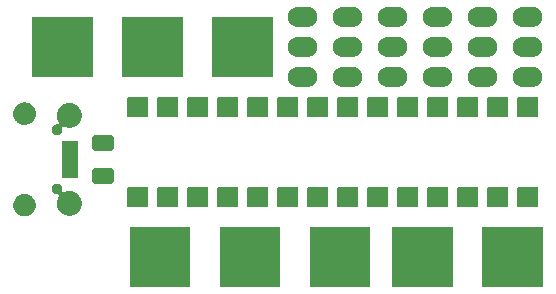
<source format=gbr>
G04 #@! TF.GenerationSoftware,KiCad,Pcbnew,5.99.0-unknown-9a82bc3~100~ubuntu18.04.1*
G04 #@! TF.CreationDate,2019-11-27T20:15:30+01:00*
G04 #@! TF.ProjectId,codebagPCB,636f6465-6261-4675-9043-422e6b696361,rev?*
G04 #@! TF.SameCoordinates,Original*
G04 #@! TF.FileFunction,Soldermask,Top*
G04 #@! TF.FilePolarity,Negative*
%FSLAX46Y46*%
G04 Gerber Fmt 4.6, Leading zero omitted, Abs format (unit mm)*
G04 Created by KiCad (PCBNEW 5.99.0-unknown-9a82bc3~100~ubuntu18.04.1) date 2019-11-27 20:15:30*
%MOMM*%
%LPD*%
G04 APERTURE LIST*
G04 APERTURE END LIST*
G36*
X71734899Y-41901959D02*
G01*
X71751769Y-41913231D01*
X71763041Y-41930101D01*
X71769448Y-41962312D01*
X71769448Y-46937688D01*
X71766999Y-46950000D01*
X71763041Y-46969899D01*
X71751769Y-46986769D01*
X71734899Y-46998041D01*
X71715000Y-47001999D01*
X71702688Y-47004448D01*
X66727312Y-47004448D01*
X66695101Y-46998041D01*
X66678231Y-46986769D01*
X66666959Y-46969899D01*
X66660552Y-46937688D01*
X66660552Y-41962312D01*
X66666959Y-41930101D01*
X66678231Y-41913231D01*
X66695101Y-41901959D01*
X66727312Y-41895552D01*
X71702688Y-41895552D01*
X71734899Y-41901959D01*
G37*
G36*
X64114899Y-41901959D02*
G01*
X64131769Y-41913231D01*
X64143041Y-41930101D01*
X64149448Y-41962312D01*
X64149448Y-46937688D01*
X64146999Y-46950000D01*
X64143041Y-46969899D01*
X64131769Y-46986769D01*
X64114899Y-46998041D01*
X64095000Y-47001999D01*
X64082688Y-47004448D01*
X59107312Y-47004448D01*
X59075101Y-46998041D01*
X59058231Y-46986769D01*
X59046959Y-46969899D01*
X59040552Y-46937688D01*
X59040552Y-41962312D01*
X59046959Y-41930101D01*
X59058231Y-41913231D01*
X59075101Y-41901959D01*
X59107312Y-41895552D01*
X64082688Y-41895552D01*
X64114899Y-41901959D01*
G37*
G36*
X56494899Y-41901959D02*
G01*
X56511769Y-41913231D01*
X56523041Y-41930101D01*
X56529448Y-41962312D01*
X56529448Y-46937688D01*
X56526999Y-46950000D01*
X56523041Y-46969899D01*
X56511769Y-46986769D01*
X56494899Y-46998041D01*
X56475000Y-47001999D01*
X56462688Y-47004448D01*
X51487312Y-47004448D01*
X51455101Y-46998041D01*
X51438231Y-46986769D01*
X51426959Y-46969899D01*
X51420552Y-46937688D01*
X51420552Y-41962312D01*
X51426959Y-41930101D01*
X51438231Y-41913231D01*
X51455101Y-41901959D01*
X51487312Y-41895552D01*
X56462688Y-41895552D01*
X56494899Y-41901959D01*
G37*
G36*
X86339899Y-41901959D02*
G01*
X86356769Y-41913231D01*
X86368041Y-41930101D01*
X86374448Y-41962312D01*
X86374448Y-46937688D01*
X86371999Y-46950000D01*
X86368041Y-46969899D01*
X86356769Y-46986769D01*
X86339899Y-46998041D01*
X86320000Y-47001999D01*
X86307688Y-47004448D01*
X81332312Y-47004448D01*
X81300101Y-46998041D01*
X81283231Y-46986769D01*
X81271959Y-46969899D01*
X81265552Y-46937688D01*
X81265552Y-41962312D01*
X81271959Y-41930101D01*
X81283231Y-41913231D01*
X81300101Y-41901959D01*
X81332312Y-41895552D01*
X86307688Y-41895552D01*
X86339899Y-41901959D01*
G37*
G36*
X78719899Y-41901959D02*
G01*
X78736769Y-41913231D01*
X78748041Y-41930101D01*
X78754448Y-41962312D01*
X78754448Y-46937688D01*
X78751999Y-46950000D01*
X78748041Y-46969899D01*
X78736769Y-46986769D01*
X78719899Y-46998041D01*
X78700000Y-47001999D01*
X78687688Y-47004448D01*
X73712312Y-47004448D01*
X73680101Y-46998041D01*
X73663231Y-46986769D01*
X73651959Y-46969899D01*
X73645552Y-46937688D01*
X73645552Y-41962312D01*
X73651959Y-41930101D01*
X73663231Y-41913231D01*
X73680101Y-41901959D01*
X73712312Y-41895552D01*
X78687688Y-41895552D01*
X78719899Y-41901959D01*
G37*
G36*
X42596675Y-39122627D02*
G01*
X42637905Y-39124680D01*
X42686080Y-39136468D01*
X42740954Y-39144963D01*
X42779728Y-39159383D01*
X42814176Y-39167812D01*
X42864544Y-39190925D01*
X42922037Y-39212307D01*
X42952173Y-39231138D01*
X42979107Y-39243498D01*
X43028922Y-39279097D01*
X43085880Y-39314688D01*
X43107387Y-39335168D01*
X43126749Y-39349005D01*
X43172931Y-39397585D01*
X43225790Y-39447922D01*
X43239404Y-39467511D01*
X43251782Y-39480531D01*
X43291083Y-39541866D01*
X43336052Y-39606569D01*
X43343145Y-39623119D01*
X43349683Y-39633322D01*
X43378818Y-39706349D01*
X43412162Y-39784146D01*
X43414606Y-39796051D01*
X43416928Y-39801872D01*
X43432813Y-39884748D01*
X43451010Y-39973400D01*
X43450988Y-39979580D01*
X43451056Y-39979932D01*
X43450404Y-40166704D01*
X43450335Y-40167053D01*
X43450313Y-40173237D01*
X43431491Y-40261785D01*
X43415034Y-40344522D01*
X43412671Y-40350327D01*
X43410144Y-40362215D01*
X43376246Y-40439806D01*
X43346613Y-40512599D01*
X43340009Y-40522748D01*
X43332797Y-40539257D01*
X43287357Y-40603672D01*
X43247645Y-40664707D01*
X43235180Y-40677637D01*
X43221430Y-40697129D01*
X43168221Y-40747096D01*
X43121704Y-40795349D01*
X43102248Y-40809048D01*
X43080593Y-40829384D01*
X43023380Y-40864582D01*
X42973323Y-40899828D01*
X42946302Y-40912000D01*
X42916039Y-40930618D01*
X42858399Y-40951597D01*
X42807868Y-40974360D01*
X42773362Y-40982549D01*
X42734490Y-40996697D01*
X42679568Y-41004807D01*
X42631307Y-41016260D01*
X42590057Y-41018025D01*
X42543363Y-41024920D01*
X42493741Y-41022146D01*
X42450000Y-41024017D01*
X42403403Y-41017095D01*
X42350464Y-41014135D01*
X42308057Y-41002931D01*
X42270504Y-40997352D01*
X42220566Y-40979815D01*
X42163673Y-40964783D01*
X42129600Y-40947869D01*
X42099288Y-40937224D01*
X42048557Y-40907639D01*
X41990621Y-40878879D01*
X41965245Y-40859053D01*
X41942528Y-40845805D01*
X41893930Y-40803335D01*
X41838378Y-40759933D01*
X41821292Y-40739857D01*
X41805884Y-40726392D01*
X41762628Y-40670928D01*
X41713161Y-40612804D01*
X41703277Y-40594825D01*
X41694285Y-40583295D01*
X41659661Y-40515488D01*
X41620086Y-40443501D01*
X41615749Y-40429492D01*
X41611760Y-40421679D01*
X41588983Y-40343022D01*
X41562955Y-40258941D01*
X41562095Y-40250173D01*
X41561285Y-40247375D01*
X41553295Y-40160423D01*
X41544102Y-40066663D01*
X41553949Y-39972976D01*
X41562546Y-39886079D01*
X41563376Y-39883287D01*
X41564297Y-39874521D01*
X41590920Y-39790594D01*
X41614237Y-39712129D01*
X41618280Y-39704346D01*
X41622715Y-39690365D01*
X41662811Y-39618621D01*
X41697891Y-39551090D01*
X41706956Y-39539632D01*
X41716969Y-39521716D01*
X41766849Y-39463930D01*
X41810484Y-39408776D01*
X41825984Y-39395420D01*
X41843210Y-39375464D01*
X41899069Y-39332447D01*
X41947959Y-39290321D01*
X41970768Y-39277232D01*
X41996281Y-39257584D01*
X42054401Y-39229237D01*
X42105350Y-39199999D01*
X42135746Y-39189562D01*
X42169928Y-39172891D01*
X42226921Y-39158258D01*
X42276983Y-39141069D01*
X42314572Y-39135753D01*
X42357059Y-39124844D01*
X42410020Y-39122254D01*
X42456663Y-39115657D01*
X42500388Y-39117834D01*
X42550028Y-39115406D01*
X42596675Y-39122627D01*
G37*
G36*
X45268236Y-38244000D02*
G01*
X45309373Y-38244000D01*
X45326751Y-38248656D01*
X45353374Y-38250775D01*
X45392256Y-38266209D01*
X45424080Y-38274736D01*
X45446834Y-38287873D01*
X45479424Y-38300809D01*
X45505527Y-38321759D01*
X45526920Y-38334110D01*
X45551328Y-38358518D01*
X45585190Y-38385695D01*
X45599287Y-38406477D01*
X45610890Y-38418080D01*
X45632231Y-38455044D01*
X45661320Y-38497928D01*
X45666227Y-38513927D01*
X45670264Y-38520920D01*
X45683357Y-38569784D01*
X45701084Y-38627585D01*
X45701000Y-38637212D01*
X45701000Y-38754377D01*
X45699943Y-38758320D01*
X45699839Y-38770277D01*
X45683073Y-38821725D01*
X45684738Y-38891728D01*
X45724215Y-38950057D01*
X45788961Y-38977784D01*
X45851886Y-38967462D01*
X45876316Y-38957591D01*
X45935532Y-38929410D01*
X45966596Y-38921116D01*
X46001823Y-38906883D01*
X46065128Y-38894807D01*
X46122159Y-38879579D01*
X46160663Y-38876582D01*
X46204284Y-38868261D01*
X46262370Y-38868667D01*
X46314735Y-38864591D01*
X46359591Y-38869345D01*
X46410391Y-38869700D01*
X46461051Y-38880099D01*
X46506828Y-38884951D01*
X46556287Y-38899648D01*
X46612293Y-38911145D01*
X46654069Y-38928706D01*
X46691981Y-38939972D01*
X46743722Y-38966392D01*
X46802300Y-38991016D01*
X46834564Y-39012779D01*
X46864015Y-39027817D01*
X46915254Y-39067205D01*
X46973174Y-39106273D01*
X46996070Y-39129330D01*
X47017158Y-39145540D01*
X47064764Y-39198504D01*
X47118407Y-39252523D01*
X47132831Y-39274233D01*
X47146284Y-39289200D01*
X47186922Y-39355646D01*
X47232468Y-39424198D01*
X47239950Y-39442350D01*
X47247065Y-39453984D01*
X47277378Y-39533158D01*
X47311011Y-39614758D01*
X47313572Y-39627693D01*
X47316132Y-39634379D01*
X47332931Y-39725461D01*
X47351045Y-39816944D01*
X47347757Y-40052363D01*
X47344234Y-40067869D01*
X47344069Y-40073973D01*
X47322745Y-40162453D01*
X47302094Y-40253352D01*
X47299358Y-40259497D01*
X47299199Y-40260157D01*
X47241914Y-40388518D01*
X47218261Y-40441645D01*
X47164257Y-40518200D01*
X47110932Y-40595643D01*
X47106520Y-40600048D01*
X47099451Y-40610068D01*
X47034969Y-40671474D01*
X46974227Y-40732109D01*
X46963742Y-40739302D01*
X46950191Y-40752206D01*
X46879960Y-40796776D01*
X46814942Y-40841378D01*
X46797400Y-40849170D01*
X46776165Y-40862646D01*
X46704347Y-40890503D01*
X46638410Y-40919791D01*
X46613446Y-40925761D01*
X46584002Y-40937182D01*
X46514304Y-40949471D01*
X46450543Y-40964720D01*
X46418438Y-40966375D01*
X46381022Y-40972972D01*
X46316608Y-40971623D01*
X46257641Y-40974662D01*
X46219342Y-40969586D01*
X46174955Y-40968656D01*
X46118223Y-40956183D01*
X46066152Y-40949281D01*
X46023267Y-40935306D01*
X45973652Y-40924397D01*
X45926265Y-40903694D01*
X45882498Y-40889431D01*
X45837176Y-40864772D01*
X45784779Y-40841880D01*
X45747565Y-40816016D01*
X45712825Y-40797114D01*
X45667703Y-40760510D01*
X45615530Y-40724249D01*
X45588502Y-40696260D01*
X45562814Y-40675422D01*
X45520877Y-40626233D01*
X45472353Y-40575985D01*
X45454751Y-40548672D01*
X45437495Y-40528432D01*
X45401942Y-40466728D01*
X45360701Y-40402734D01*
X45351105Y-40378498D01*
X45341060Y-40361064D01*
X45315127Y-40287628D01*
X45284826Y-40211096D01*
X45281282Y-40191785D01*
X45276739Y-40178921D01*
X45263546Y-40095152D01*
X45247619Y-40008371D01*
X45247803Y-39995188D01*
X45246689Y-39988114D01*
X45249196Y-39895460D01*
X45250497Y-39802279D01*
X45251895Y-39795703D01*
X45251913Y-39795026D01*
X45281406Y-39656863D01*
X45293350Y-39600672D01*
X45330227Y-39514632D01*
X45366313Y-39427727D01*
X45369715Y-39422498D01*
X45374546Y-39411227D01*
X45423969Y-39339047D01*
X45444155Y-39271703D01*
X45424693Y-39204013D01*
X45371724Y-39157590D01*
X45319158Y-39146000D01*
X45264379Y-39146000D01*
X45210249Y-39149358D01*
X45196315Y-39146000D01*
X45190627Y-39146000D01*
X45139766Y-39132372D01*
X45078406Y-39117584D01*
X45020311Y-39083158D01*
X44973080Y-39055890D01*
X44971315Y-39054125D01*
X44961735Y-39048448D01*
X44923064Y-39005874D01*
X44889110Y-38971920D01*
X44883680Y-38962515D01*
X44870551Y-38948061D01*
X44849723Y-38903698D01*
X44829736Y-38869080D01*
X44824773Y-38850557D01*
X44812915Y-38825301D01*
X44807225Y-38785067D01*
X44799000Y-38754373D01*
X44799000Y-38726916D01*
X44793923Y-38691020D01*
X44799000Y-38659145D01*
X44799000Y-38635627D01*
X44808236Y-38601158D01*
X44815255Y-38557091D01*
X44825797Y-38535619D01*
X44829736Y-38520920D01*
X44851651Y-38482961D01*
X44875025Y-38435355D01*
X44885669Y-38424040D01*
X44889110Y-38418080D01*
X44925635Y-38381555D01*
X44967948Y-38336575D01*
X45029354Y-38301621D01*
X45075920Y-38274736D01*
X45077173Y-38274400D01*
X45085808Y-38269485D01*
X45143180Y-38256713D01*
X45190627Y-38244000D01*
X45200292Y-38244000D01*
X45218184Y-38240017D01*
X45268236Y-38244000D01*
G37*
G36*
X60509899Y-38521959D02*
G01*
X60526769Y-38533231D01*
X60538041Y-38550101D01*
X60544448Y-38582312D01*
X60544448Y-40157688D01*
X60541999Y-40170000D01*
X60538041Y-40189899D01*
X60526769Y-40206769D01*
X60509899Y-40218041D01*
X60490000Y-40221999D01*
X60477688Y-40224448D01*
X58902312Y-40224448D01*
X58870101Y-40218041D01*
X58853231Y-40206769D01*
X58841959Y-40189899D01*
X58835552Y-40157688D01*
X58835552Y-38582312D01*
X58841959Y-38550101D01*
X58853231Y-38533231D01*
X58870101Y-38521959D01*
X58902312Y-38515552D01*
X60477688Y-38515552D01*
X60509899Y-38521959D01*
G37*
G36*
X55429899Y-38521959D02*
G01*
X55446769Y-38533231D01*
X55458041Y-38550101D01*
X55464448Y-38582312D01*
X55464448Y-40157688D01*
X55461999Y-40170000D01*
X55458041Y-40189899D01*
X55446769Y-40206769D01*
X55429899Y-40218041D01*
X55410000Y-40221999D01*
X55397688Y-40224448D01*
X53822312Y-40224448D01*
X53790101Y-40218041D01*
X53773231Y-40206769D01*
X53761959Y-40189899D01*
X53755552Y-40157688D01*
X53755552Y-38582312D01*
X53761959Y-38550101D01*
X53773231Y-38533231D01*
X53790101Y-38521959D01*
X53822312Y-38515552D01*
X55397688Y-38515552D01*
X55429899Y-38521959D01*
G37*
G36*
X63049899Y-38521959D02*
G01*
X63066769Y-38533231D01*
X63078041Y-38550101D01*
X63084448Y-38582312D01*
X63084448Y-40157688D01*
X63081999Y-40170000D01*
X63078041Y-40189899D01*
X63066769Y-40206769D01*
X63049899Y-40218041D01*
X63030000Y-40221999D01*
X63017688Y-40224448D01*
X61442312Y-40224448D01*
X61410101Y-40218041D01*
X61393231Y-40206769D01*
X61381959Y-40189899D01*
X61375552Y-40157688D01*
X61375552Y-38582312D01*
X61381959Y-38550101D01*
X61393231Y-38533231D01*
X61410101Y-38521959D01*
X61442312Y-38515552D01*
X63017688Y-38515552D01*
X63049899Y-38521959D01*
G37*
G36*
X65589899Y-38521959D02*
G01*
X65606769Y-38533231D01*
X65618041Y-38550101D01*
X65624448Y-38582312D01*
X65624448Y-40157688D01*
X65621999Y-40170000D01*
X65618041Y-40189899D01*
X65606769Y-40206769D01*
X65589899Y-40218041D01*
X65570000Y-40221999D01*
X65557688Y-40224448D01*
X63982312Y-40224448D01*
X63950101Y-40218041D01*
X63933231Y-40206769D01*
X63921959Y-40189899D01*
X63915552Y-40157688D01*
X63915552Y-38582312D01*
X63921959Y-38550101D01*
X63933231Y-38533231D01*
X63950101Y-38521959D01*
X63982312Y-38515552D01*
X65557688Y-38515552D01*
X65589899Y-38521959D01*
G37*
G36*
X68129899Y-38521959D02*
G01*
X68146769Y-38533231D01*
X68158041Y-38550101D01*
X68164448Y-38582312D01*
X68164448Y-40157688D01*
X68161999Y-40170000D01*
X68158041Y-40189899D01*
X68146769Y-40206769D01*
X68129899Y-40218041D01*
X68110000Y-40221999D01*
X68097688Y-40224448D01*
X66522312Y-40224448D01*
X66490101Y-40218041D01*
X66473231Y-40206769D01*
X66461959Y-40189899D01*
X66455552Y-40157688D01*
X66455552Y-38582312D01*
X66461959Y-38550101D01*
X66473231Y-38533231D01*
X66490101Y-38521959D01*
X66522312Y-38515552D01*
X68097688Y-38515552D01*
X68129899Y-38521959D01*
G37*
G36*
X70669899Y-38521959D02*
G01*
X70686769Y-38533231D01*
X70698041Y-38550101D01*
X70704448Y-38582312D01*
X70704448Y-40157688D01*
X70701999Y-40170000D01*
X70698041Y-40189899D01*
X70686769Y-40206769D01*
X70669899Y-40218041D01*
X70650000Y-40221999D01*
X70637688Y-40224448D01*
X69062312Y-40224448D01*
X69030101Y-40218041D01*
X69013231Y-40206769D01*
X69001959Y-40189899D01*
X68995552Y-40157688D01*
X68995552Y-38582312D01*
X69001959Y-38550101D01*
X69013231Y-38533231D01*
X69030101Y-38521959D01*
X69062312Y-38515552D01*
X70637688Y-38515552D01*
X70669899Y-38521959D01*
G37*
G36*
X73209899Y-38521959D02*
G01*
X73226769Y-38533231D01*
X73238041Y-38550101D01*
X73244448Y-38582312D01*
X73244448Y-40157688D01*
X73241999Y-40170000D01*
X73238041Y-40189899D01*
X73226769Y-40206769D01*
X73209899Y-40218041D01*
X73190000Y-40221999D01*
X73177688Y-40224448D01*
X71602312Y-40224448D01*
X71570101Y-40218041D01*
X71553231Y-40206769D01*
X71541959Y-40189899D01*
X71535552Y-40157688D01*
X71535552Y-38582312D01*
X71541959Y-38550101D01*
X71553231Y-38533231D01*
X71570101Y-38521959D01*
X71602312Y-38515552D01*
X73177688Y-38515552D01*
X73209899Y-38521959D01*
G37*
G36*
X75749899Y-38521959D02*
G01*
X75766769Y-38533231D01*
X75778041Y-38550101D01*
X75784448Y-38582312D01*
X75784448Y-40157688D01*
X75781999Y-40170000D01*
X75778041Y-40189899D01*
X75766769Y-40206769D01*
X75749899Y-40218041D01*
X75730000Y-40221999D01*
X75717688Y-40224448D01*
X74142312Y-40224448D01*
X74110101Y-40218041D01*
X74093231Y-40206769D01*
X74081959Y-40189899D01*
X74075552Y-40157688D01*
X74075552Y-38582312D01*
X74081959Y-38550101D01*
X74093231Y-38533231D01*
X74110101Y-38521959D01*
X74142312Y-38515552D01*
X75717688Y-38515552D01*
X75749899Y-38521959D01*
G37*
G36*
X78289899Y-38521959D02*
G01*
X78306769Y-38533231D01*
X78318041Y-38550101D01*
X78324448Y-38582312D01*
X78324448Y-40157688D01*
X78321999Y-40170000D01*
X78318041Y-40189899D01*
X78306769Y-40206769D01*
X78289899Y-40218041D01*
X78270000Y-40221999D01*
X78257688Y-40224448D01*
X76682312Y-40224448D01*
X76650101Y-40218041D01*
X76633231Y-40206769D01*
X76621959Y-40189899D01*
X76615552Y-40157688D01*
X76615552Y-38582312D01*
X76621959Y-38550101D01*
X76633231Y-38533231D01*
X76650101Y-38521959D01*
X76682312Y-38515552D01*
X78257688Y-38515552D01*
X78289899Y-38521959D01*
G37*
G36*
X57969899Y-38521959D02*
G01*
X57986769Y-38533231D01*
X57998041Y-38550101D01*
X58004448Y-38582312D01*
X58004448Y-40157688D01*
X58001999Y-40170000D01*
X57998041Y-40189899D01*
X57986769Y-40206769D01*
X57969899Y-40218041D01*
X57950000Y-40221999D01*
X57937688Y-40224448D01*
X56362312Y-40224448D01*
X56330101Y-40218041D01*
X56313231Y-40206769D01*
X56301959Y-40189899D01*
X56295552Y-40157688D01*
X56295552Y-38582312D01*
X56301959Y-38550101D01*
X56313231Y-38533231D01*
X56330101Y-38521959D01*
X56362312Y-38515552D01*
X57937688Y-38515552D01*
X57969899Y-38521959D01*
G37*
G36*
X80829899Y-38521959D02*
G01*
X80846769Y-38533231D01*
X80858041Y-38550101D01*
X80864448Y-38582312D01*
X80864448Y-40157688D01*
X80861999Y-40170000D01*
X80858041Y-40189899D01*
X80846769Y-40206769D01*
X80829899Y-40218041D01*
X80810000Y-40221999D01*
X80797688Y-40224448D01*
X79222312Y-40224448D01*
X79190101Y-40218041D01*
X79173231Y-40206769D01*
X79161959Y-40189899D01*
X79155552Y-40157688D01*
X79155552Y-38582312D01*
X79161959Y-38550101D01*
X79173231Y-38533231D01*
X79190101Y-38521959D01*
X79222312Y-38515552D01*
X80797688Y-38515552D01*
X80829899Y-38521959D01*
G37*
G36*
X85909899Y-38521959D02*
G01*
X85926769Y-38533231D01*
X85938041Y-38550101D01*
X85944448Y-38582312D01*
X85944448Y-40157688D01*
X85941999Y-40170000D01*
X85938041Y-40189899D01*
X85926769Y-40206769D01*
X85909899Y-40218041D01*
X85890000Y-40221999D01*
X85877688Y-40224448D01*
X84302312Y-40224448D01*
X84270101Y-40218041D01*
X84253231Y-40206769D01*
X84241959Y-40189899D01*
X84235552Y-40157688D01*
X84235552Y-38582312D01*
X84241959Y-38550101D01*
X84253231Y-38533231D01*
X84270101Y-38521959D01*
X84302312Y-38515552D01*
X85877688Y-38515552D01*
X85909899Y-38521959D01*
G37*
G36*
X83369899Y-38521959D02*
G01*
X83386769Y-38533231D01*
X83398041Y-38550101D01*
X83404448Y-38582312D01*
X83404448Y-40157688D01*
X83401999Y-40170000D01*
X83398041Y-40189899D01*
X83386769Y-40206769D01*
X83369899Y-40218041D01*
X83350000Y-40221999D01*
X83337688Y-40224448D01*
X81762312Y-40224448D01*
X81730101Y-40218041D01*
X81713231Y-40206769D01*
X81701959Y-40189899D01*
X81695552Y-40157688D01*
X81695552Y-38582312D01*
X81701959Y-38550101D01*
X81713231Y-38533231D01*
X81730101Y-38521959D01*
X81762312Y-38515552D01*
X83337688Y-38515552D01*
X83369899Y-38521959D01*
G37*
G36*
X52889899Y-38521959D02*
G01*
X52906769Y-38533231D01*
X52918041Y-38550101D01*
X52924448Y-38582312D01*
X52924448Y-40157688D01*
X52921999Y-40170000D01*
X52918041Y-40189899D01*
X52906769Y-40206769D01*
X52889899Y-40218041D01*
X52870000Y-40221999D01*
X52857688Y-40224448D01*
X51282312Y-40224448D01*
X51250101Y-40218041D01*
X51233231Y-40206769D01*
X51221959Y-40189899D01*
X51215552Y-40157688D01*
X51215552Y-38582312D01*
X51221959Y-38550101D01*
X51233231Y-38533231D01*
X51250101Y-38521959D01*
X51282312Y-38515552D01*
X52857688Y-38515552D01*
X52889899Y-38521959D01*
G37*
G36*
X49860756Y-36934764D02*
G01*
X49872228Y-36940289D01*
X49880286Y-36941795D01*
X49897543Y-36952480D01*
X49942638Y-36974197D01*
X49962738Y-36992847D01*
X49975964Y-37001036D01*
X49986264Y-37014676D01*
X50009265Y-37036017D01*
X50031617Y-37074732D01*
X50043781Y-37090840D01*
X50045750Y-37099212D01*
X50053506Y-37112646D01*
X50072419Y-37212603D01*
X50075883Y-37227331D01*
X50075883Y-37230910D01*
X50077194Y-37237839D01*
X50077194Y-37960516D01*
X50062236Y-38059756D01*
X50056711Y-38071228D01*
X50055205Y-38079286D01*
X50044520Y-38096543D01*
X50022803Y-38141638D01*
X50004153Y-38161738D01*
X49995964Y-38174964D01*
X49982324Y-38185264D01*
X49960983Y-38208265D01*
X49922268Y-38230617D01*
X49906160Y-38242781D01*
X49897788Y-38244750D01*
X49884354Y-38252506D01*
X49784397Y-38271419D01*
X49769669Y-38274883D01*
X49766090Y-38274883D01*
X49759161Y-38276194D01*
X48536484Y-38276194D01*
X48437244Y-38261236D01*
X48425772Y-38255711D01*
X48417714Y-38254205D01*
X48400457Y-38243520D01*
X48355362Y-38221803D01*
X48335262Y-38203153D01*
X48322036Y-38194964D01*
X48311736Y-38181324D01*
X48288735Y-38159983D01*
X48266383Y-38121268D01*
X48254219Y-38105160D01*
X48252250Y-38096788D01*
X48244494Y-38083354D01*
X48225581Y-37983397D01*
X48222117Y-37968669D01*
X48222117Y-37965090D01*
X48220806Y-37958161D01*
X48220806Y-37235484D01*
X48235764Y-37136244D01*
X48241289Y-37124772D01*
X48242795Y-37116714D01*
X48253480Y-37099457D01*
X48275197Y-37054362D01*
X48293847Y-37034262D01*
X48302036Y-37021036D01*
X48315676Y-37010736D01*
X48337017Y-36987735D01*
X48375732Y-36965383D01*
X48391840Y-36953219D01*
X48400212Y-36951250D01*
X48413646Y-36943494D01*
X48513603Y-36924581D01*
X48528331Y-36921117D01*
X48531910Y-36921117D01*
X48538839Y-36919806D01*
X49761516Y-36919806D01*
X49860756Y-36934764D01*
G37*
G36*
X47019899Y-34621959D02*
G01*
X47036769Y-34633231D01*
X47048041Y-34650101D01*
X47054448Y-34682312D01*
X47054448Y-35107688D01*
X47048041Y-35139900D01*
X47040921Y-35150555D01*
X47019875Y-35217770D01*
X47040921Y-35289445D01*
X47048041Y-35300100D01*
X47054448Y-35332312D01*
X47054448Y-35757688D01*
X47048041Y-35789900D01*
X47040921Y-35800555D01*
X47019875Y-35867770D01*
X47040921Y-35939445D01*
X47048041Y-35950100D01*
X47054448Y-35982312D01*
X47054448Y-36407688D01*
X47048041Y-36439900D01*
X47040921Y-36450555D01*
X47019875Y-36517770D01*
X47040921Y-36589445D01*
X47048041Y-36600100D01*
X47054448Y-36632312D01*
X47054448Y-37057688D01*
X47048041Y-37089900D01*
X47040921Y-37100555D01*
X47019875Y-37167770D01*
X47040921Y-37239445D01*
X47048041Y-37250100D01*
X47054448Y-37282312D01*
X47054448Y-37707688D01*
X47051999Y-37720000D01*
X47048041Y-37739899D01*
X47036769Y-37756769D01*
X47019899Y-37768041D01*
X47000000Y-37771999D01*
X46987688Y-37774448D01*
X45712312Y-37774448D01*
X45680101Y-37768041D01*
X45663231Y-37756769D01*
X45651959Y-37739899D01*
X45645552Y-37707688D01*
X45645552Y-37282312D01*
X45651959Y-37250100D01*
X45659079Y-37239445D01*
X45680125Y-37172230D01*
X45659079Y-37100555D01*
X45651959Y-37089900D01*
X45645552Y-37057688D01*
X45645552Y-36632312D01*
X45651959Y-36600100D01*
X45659079Y-36589445D01*
X45680125Y-36522230D01*
X45659079Y-36450555D01*
X45651959Y-36439900D01*
X45645552Y-36407688D01*
X45645552Y-35982312D01*
X45651959Y-35950100D01*
X45659079Y-35939445D01*
X45680125Y-35872230D01*
X45659079Y-35800555D01*
X45651959Y-35789900D01*
X45645552Y-35757688D01*
X45645552Y-35332312D01*
X45651959Y-35300100D01*
X45659079Y-35289445D01*
X45680125Y-35222230D01*
X45659079Y-35150555D01*
X45651959Y-35139900D01*
X45645552Y-35107688D01*
X45645552Y-34682312D01*
X45651959Y-34650101D01*
X45663231Y-34633231D01*
X45680101Y-34621959D01*
X45712312Y-34615552D01*
X46987688Y-34615552D01*
X47019899Y-34621959D01*
G37*
G36*
X49860756Y-34134764D02*
G01*
X49872228Y-34140289D01*
X49880286Y-34141795D01*
X49897543Y-34152480D01*
X49942638Y-34174197D01*
X49962738Y-34192847D01*
X49975964Y-34201036D01*
X49986264Y-34214676D01*
X50009265Y-34236017D01*
X50031617Y-34274732D01*
X50043781Y-34290840D01*
X50045750Y-34299212D01*
X50053506Y-34312646D01*
X50072419Y-34412603D01*
X50075883Y-34427331D01*
X50075883Y-34430910D01*
X50077194Y-34437839D01*
X50077194Y-35160516D01*
X50062236Y-35259756D01*
X50056711Y-35271228D01*
X50055205Y-35279286D01*
X50044520Y-35296543D01*
X50022803Y-35341638D01*
X50004153Y-35361738D01*
X49995964Y-35374964D01*
X49982324Y-35385264D01*
X49960983Y-35408265D01*
X49922268Y-35430617D01*
X49906160Y-35442781D01*
X49897788Y-35444750D01*
X49884354Y-35452506D01*
X49784397Y-35471419D01*
X49769669Y-35474883D01*
X49766090Y-35474883D01*
X49759161Y-35476194D01*
X48536484Y-35476194D01*
X48437244Y-35461236D01*
X48425772Y-35455711D01*
X48417714Y-35454205D01*
X48400457Y-35443520D01*
X48355362Y-35421803D01*
X48335262Y-35403153D01*
X48322036Y-35394964D01*
X48311736Y-35381324D01*
X48288735Y-35359983D01*
X48266383Y-35321268D01*
X48254219Y-35305160D01*
X48252250Y-35296788D01*
X48244494Y-35283354D01*
X48225581Y-35183397D01*
X48222117Y-35168669D01*
X48222117Y-35165090D01*
X48220806Y-35158161D01*
X48220806Y-34435484D01*
X48235764Y-34336244D01*
X48241289Y-34324772D01*
X48242795Y-34316714D01*
X48253480Y-34299457D01*
X48275197Y-34254362D01*
X48293847Y-34234262D01*
X48302036Y-34221036D01*
X48315676Y-34210736D01*
X48337017Y-34187735D01*
X48375732Y-34165383D01*
X48391840Y-34153219D01*
X48400212Y-34151250D01*
X48413646Y-34143494D01*
X48513603Y-34124581D01*
X48528331Y-34121117D01*
X48531910Y-34121117D01*
X48538839Y-34119806D01*
X49761516Y-34119806D01*
X49860756Y-34134764D01*
G37*
G36*
X46359591Y-31419345D02*
G01*
X46410391Y-31419700D01*
X46461051Y-31430099D01*
X46506828Y-31434951D01*
X46556287Y-31449648D01*
X46612293Y-31461145D01*
X46654069Y-31478706D01*
X46691981Y-31489972D01*
X46743722Y-31516392D01*
X46802300Y-31541016D01*
X46834564Y-31562779D01*
X46864015Y-31577817D01*
X46915254Y-31617205D01*
X46973174Y-31656273D01*
X46996070Y-31679330D01*
X47017158Y-31695540D01*
X47064764Y-31748504D01*
X47118407Y-31802523D01*
X47132831Y-31824233D01*
X47146284Y-31839200D01*
X47186922Y-31905646D01*
X47232468Y-31974198D01*
X47239950Y-31992350D01*
X47247065Y-32003984D01*
X47277378Y-32083158D01*
X47311011Y-32164758D01*
X47313572Y-32177693D01*
X47316132Y-32184379D01*
X47332931Y-32275461D01*
X47351045Y-32366944D01*
X47347757Y-32602363D01*
X47344234Y-32617869D01*
X47344069Y-32623973D01*
X47322745Y-32712453D01*
X47302094Y-32803352D01*
X47299358Y-32809497D01*
X47299199Y-32810157D01*
X47241914Y-32938518D01*
X47218261Y-32991645D01*
X47164257Y-33068200D01*
X47110932Y-33145643D01*
X47106520Y-33150048D01*
X47099451Y-33160068D01*
X47034969Y-33221474D01*
X46974227Y-33282109D01*
X46963742Y-33289302D01*
X46950191Y-33302206D01*
X46879960Y-33346776D01*
X46814942Y-33391378D01*
X46797400Y-33399170D01*
X46776165Y-33412646D01*
X46704347Y-33440503D01*
X46638410Y-33469791D01*
X46613446Y-33475761D01*
X46584002Y-33487182D01*
X46514304Y-33499471D01*
X46450543Y-33514720D01*
X46418438Y-33516375D01*
X46381022Y-33522972D01*
X46316608Y-33521623D01*
X46257641Y-33524662D01*
X46219342Y-33519586D01*
X46174955Y-33518656D01*
X46118223Y-33506183D01*
X46066152Y-33499281D01*
X46023267Y-33485306D01*
X45973652Y-33474397D01*
X45926265Y-33453694D01*
X45882501Y-33439432D01*
X45864355Y-33429559D01*
X45795510Y-33414691D01*
X45729555Y-33439403D01*
X45687431Y-33495851D01*
X45683884Y-33571501D01*
X45701084Y-33627585D01*
X45701000Y-33637212D01*
X45701000Y-33754373D01*
X45699943Y-33758316D01*
X45699839Y-33770277D01*
X45682399Y-33823793D01*
X45670264Y-33869080D01*
X45664240Y-33879514D01*
X45657818Y-33899220D01*
X45630296Y-33938308D01*
X45610890Y-33971920D01*
X45596489Y-33986321D01*
X45579741Y-34010107D01*
X45548559Y-34034251D01*
X45526920Y-34055890D01*
X45502121Y-34070208D01*
X45472510Y-34093135D01*
X45443421Y-34104098D01*
X45424080Y-34115264D01*
X45388481Y-34124803D01*
X45345606Y-34140961D01*
X45322928Y-34142368D01*
X45309373Y-34146000D01*
X45264379Y-34146000D01*
X45210249Y-34149358D01*
X45196315Y-34146000D01*
X45190627Y-34146000D01*
X45139766Y-34132372D01*
X45078406Y-34117584D01*
X45020311Y-34083158D01*
X44973080Y-34055890D01*
X44971315Y-34054125D01*
X44961735Y-34048448D01*
X44923064Y-34005874D01*
X44889110Y-33971920D01*
X44883680Y-33962515D01*
X44870551Y-33948061D01*
X44849723Y-33903698D01*
X44829736Y-33869080D01*
X44824773Y-33850557D01*
X44812915Y-33825301D01*
X44807225Y-33785067D01*
X44799000Y-33754373D01*
X44799000Y-33726916D01*
X44793923Y-33691020D01*
X44799000Y-33659145D01*
X44799000Y-33635627D01*
X44808236Y-33601158D01*
X44815255Y-33557091D01*
X44825797Y-33535619D01*
X44829736Y-33520920D01*
X44851651Y-33482961D01*
X44875025Y-33435355D01*
X44885669Y-33424040D01*
X44889110Y-33418080D01*
X44925635Y-33381555D01*
X44967948Y-33336575D01*
X45029354Y-33301621D01*
X45075920Y-33274736D01*
X45077173Y-33274400D01*
X45085808Y-33269485D01*
X45143180Y-33256713D01*
X45190627Y-33244000D01*
X45200292Y-33244000D01*
X45218184Y-33240017D01*
X45268236Y-33244000D01*
X45316607Y-33244000D01*
X45384187Y-33224157D01*
X45430310Y-33170927D01*
X45440334Y-33101212D01*
X45424914Y-33056596D01*
X45401946Y-33016734D01*
X45360701Y-32952734D01*
X45351105Y-32928498D01*
X45341060Y-32911064D01*
X45315127Y-32837628D01*
X45284826Y-32761096D01*
X45281282Y-32741785D01*
X45276739Y-32728921D01*
X45263546Y-32645152D01*
X45247619Y-32558371D01*
X45247803Y-32545188D01*
X45246689Y-32538114D01*
X45249196Y-32445460D01*
X45250497Y-32352279D01*
X45251895Y-32345703D01*
X45251913Y-32345026D01*
X45281406Y-32206863D01*
X45293350Y-32150672D01*
X45330226Y-32064635D01*
X45366315Y-31977722D01*
X45369718Y-31972492D01*
X45374546Y-31961227D01*
X45424828Y-31887791D01*
X45471658Y-31815818D01*
X45480423Y-31806598D01*
X45490992Y-31791162D01*
X45550409Y-31732977D01*
X45604745Y-31675818D01*
X45620286Y-31664547D01*
X45638253Y-31646953D01*
X45702701Y-31604780D01*
X45761118Y-31562415D01*
X45784301Y-31551382D01*
X45810720Y-31534094D01*
X45876316Y-31507591D01*
X45935532Y-31479410D01*
X45966596Y-31471116D01*
X46001823Y-31456883D01*
X46065128Y-31444807D01*
X46122159Y-31429579D01*
X46160663Y-31426582D01*
X46204284Y-31418261D01*
X46262370Y-31418667D01*
X46314735Y-31414591D01*
X46359591Y-31419345D01*
G37*
G36*
X42596675Y-31372627D02*
G01*
X42637905Y-31374680D01*
X42686080Y-31386468D01*
X42740954Y-31394963D01*
X42779728Y-31409383D01*
X42814176Y-31417812D01*
X42864544Y-31440925D01*
X42922037Y-31462307D01*
X42952173Y-31481138D01*
X42979107Y-31493498D01*
X43028922Y-31529097D01*
X43085880Y-31564688D01*
X43107387Y-31585168D01*
X43126749Y-31599005D01*
X43172931Y-31647585D01*
X43225790Y-31697922D01*
X43239404Y-31717511D01*
X43251782Y-31730531D01*
X43291083Y-31791866D01*
X43336052Y-31856569D01*
X43343145Y-31873119D01*
X43349683Y-31883322D01*
X43378818Y-31956349D01*
X43412162Y-32034146D01*
X43414606Y-32046051D01*
X43416928Y-32051872D01*
X43432813Y-32134748D01*
X43451010Y-32223400D01*
X43450988Y-32229580D01*
X43451056Y-32229932D01*
X43450404Y-32416704D01*
X43450335Y-32417053D01*
X43450313Y-32423237D01*
X43431491Y-32511785D01*
X43415034Y-32594522D01*
X43412671Y-32600327D01*
X43410144Y-32612215D01*
X43376246Y-32689806D01*
X43346613Y-32762599D01*
X43340009Y-32772748D01*
X43332797Y-32789257D01*
X43287357Y-32853672D01*
X43247645Y-32914707D01*
X43235180Y-32927637D01*
X43221430Y-32947129D01*
X43168221Y-32997096D01*
X43121704Y-33045349D01*
X43102248Y-33059048D01*
X43080593Y-33079384D01*
X43023380Y-33114582D01*
X42973323Y-33149828D01*
X42946302Y-33162000D01*
X42916039Y-33180618D01*
X42858399Y-33201597D01*
X42807868Y-33224360D01*
X42773362Y-33232549D01*
X42734490Y-33246697D01*
X42679568Y-33254807D01*
X42631307Y-33266260D01*
X42590057Y-33268025D01*
X42543363Y-33274920D01*
X42493741Y-33272146D01*
X42450000Y-33274017D01*
X42403403Y-33267095D01*
X42350464Y-33264135D01*
X42308057Y-33252931D01*
X42270504Y-33247352D01*
X42220566Y-33229815D01*
X42163673Y-33214783D01*
X42129600Y-33197869D01*
X42099288Y-33187224D01*
X42048557Y-33157639D01*
X41990621Y-33128879D01*
X41965245Y-33109053D01*
X41942528Y-33095805D01*
X41893930Y-33053335D01*
X41838378Y-33009933D01*
X41821292Y-32989857D01*
X41805884Y-32976392D01*
X41762628Y-32920928D01*
X41713161Y-32862804D01*
X41703277Y-32844825D01*
X41694285Y-32833295D01*
X41659661Y-32765488D01*
X41620086Y-32693501D01*
X41615749Y-32679492D01*
X41611760Y-32671679D01*
X41588983Y-32593022D01*
X41562955Y-32508941D01*
X41562095Y-32500173D01*
X41561285Y-32497375D01*
X41553295Y-32410423D01*
X41544102Y-32316663D01*
X41553949Y-32222976D01*
X41562546Y-32136079D01*
X41563376Y-32133287D01*
X41564297Y-32124521D01*
X41590920Y-32040594D01*
X41614237Y-31962129D01*
X41618280Y-31954346D01*
X41622715Y-31940365D01*
X41662811Y-31868621D01*
X41697891Y-31801090D01*
X41706956Y-31789632D01*
X41716969Y-31771716D01*
X41766849Y-31713930D01*
X41810484Y-31658776D01*
X41825984Y-31645420D01*
X41843210Y-31625464D01*
X41899069Y-31582447D01*
X41947959Y-31540321D01*
X41970768Y-31527232D01*
X41996281Y-31507584D01*
X42054401Y-31479237D01*
X42105350Y-31449999D01*
X42135746Y-31439562D01*
X42169928Y-31422891D01*
X42226921Y-31408258D01*
X42276983Y-31391069D01*
X42314572Y-31385753D01*
X42357059Y-31374844D01*
X42410020Y-31372254D01*
X42456663Y-31365657D01*
X42500388Y-31367834D01*
X42550028Y-31365406D01*
X42596675Y-31372627D01*
G37*
G36*
X70669899Y-30901959D02*
G01*
X70686769Y-30913231D01*
X70698041Y-30930101D01*
X70704448Y-30962312D01*
X70704448Y-32537688D01*
X70701999Y-32550000D01*
X70698041Y-32569899D01*
X70686769Y-32586769D01*
X70669899Y-32598041D01*
X70650000Y-32601999D01*
X70637688Y-32604448D01*
X69062312Y-32604448D01*
X69030101Y-32598041D01*
X69013231Y-32586769D01*
X69001959Y-32569899D01*
X68995552Y-32537688D01*
X68995552Y-30962312D01*
X69001959Y-30930101D01*
X69013231Y-30913231D01*
X69030101Y-30901959D01*
X69062312Y-30895552D01*
X70637688Y-30895552D01*
X70669899Y-30901959D01*
G37*
G36*
X55429899Y-30901959D02*
G01*
X55446769Y-30913231D01*
X55458041Y-30930101D01*
X55464448Y-30962312D01*
X55464448Y-32537688D01*
X55461999Y-32550000D01*
X55458041Y-32569899D01*
X55446769Y-32586769D01*
X55429899Y-32598041D01*
X55410000Y-32601999D01*
X55397688Y-32604448D01*
X53822312Y-32604448D01*
X53790101Y-32598041D01*
X53773231Y-32586769D01*
X53761959Y-32569899D01*
X53755552Y-32537688D01*
X53755552Y-30962312D01*
X53761959Y-30930101D01*
X53773231Y-30913231D01*
X53790101Y-30901959D01*
X53822312Y-30895552D01*
X55397688Y-30895552D01*
X55429899Y-30901959D01*
G37*
G36*
X57969899Y-30901959D02*
G01*
X57986769Y-30913231D01*
X57998041Y-30930101D01*
X58004448Y-30962312D01*
X58004448Y-32537688D01*
X58001999Y-32550000D01*
X57998041Y-32569899D01*
X57986769Y-32586769D01*
X57969899Y-32598041D01*
X57950000Y-32601999D01*
X57937688Y-32604448D01*
X56362312Y-32604448D01*
X56330101Y-32598041D01*
X56313231Y-32586769D01*
X56301959Y-32569899D01*
X56295552Y-32537688D01*
X56295552Y-30962312D01*
X56301959Y-30930101D01*
X56313231Y-30913231D01*
X56330101Y-30901959D01*
X56362312Y-30895552D01*
X57937688Y-30895552D01*
X57969899Y-30901959D01*
G37*
G36*
X60509899Y-30901959D02*
G01*
X60526769Y-30913231D01*
X60538041Y-30930101D01*
X60544448Y-30962312D01*
X60544448Y-32537688D01*
X60541999Y-32550000D01*
X60538041Y-32569899D01*
X60526769Y-32586769D01*
X60509899Y-32598041D01*
X60490000Y-32601999D01*
X60477688Y-32604448D01*
X58902312Y-32604448D01*
X58870101Y-32598041D01*
X58853231Y-32586769D01*
X58841959Y-32569899D01*
X58835552Y-32537688D01*
X58835552Y-30962312D01*
X58841959Y-30930101D01*
X58853231Y-30913231D01*
X58870101Y-30901959D01*
X58902312Y-30895552D01*
X60477688Y-30895552D01*
X60509899Y-30901959D01*
G37*
G36*
X63049899Y-30901959D02*
G01*
X63066769Y-30913231D01*
X63078041Y-30930101D01*
X63084448Y-30962312D01*
X63084448Y-32537688D01*
X63081999Y-32550000D01*
X63078041Y-32569899D01*
X63066769Y-32586769D01*
X63049899Y-32598041D01*
X63030000Y-32601999D01*
X63017688Y-32604448D01*
X61442312Y-32604448D01*
X61410101Y-32598041D01*
X61393231Y-32586769D01*
X61381959Y-32569899D01*
X61375552Y-32537688D01*
X61375552Y-30962312D01*
X61381959Y-30930101D01*
X61393231Y-30913231D01*
X61410101Y-30901959D01*
X61442312Y-30895552D01*
X63017688Y-30895552D01*
X63049899Y-30901959D01*
G37*
G36*
X65589899Y-30901959D02*
G01*
X65606769Y-30913231D01*
X65618041Y-30930101D01*
X65624448Y-30962312D01*
X65624448Y-32537688D01*
X65621999Y-32550000D01*
X65618041Y-32569899D01*
X65606769Y-32586769D01*
X65589899Y-32598041D01*
X65570000Y-32601999D01*
X65557688Y-32604448D01*
X63982312Y-32604448D01*
X63950101Y-32598041D01*
X63933231Y-32586769D01*
X63921959Y-32569899D01*
X63915552Y-32537688D01*
X63915552Y-30962312D01*
X63921959Y-30930101D01*
X63933231Y-30913231D01*
X63950101Y-30901959D01*
X63982312Y-30895552D01*
X65557688Y-30895552D01*
X65589899Y-30901959D01*
G37*
G36*
X68129899Y-30901959D02*
G01*
X68146769Y-30913231D01*
X68158041Y-30930101D01*
X68164448Y-30962312D01*
X68164448Y-32537688D01*
X68161999Y-32550000D01*
X68158041Y-32569899D01*
X68146769Y-32586769D01*
X68129899Y-32598041D01*
X68110000Y-32601999D01*
X68097688Y-32604448D01*
X66522312Y-32604448D01*
X66490101Y-32598041D01*
X66473231Y-32586769D01*
X66461959Y-32569899D01*
X66455552Y-32537688D01*
X66455552Y-30962312D01*
X66461959Y-30930101D01*
X66473231Y-30913231D01*
X66490101Y-30901959D01*
X66522312Y-30895552D01*
X68097688Y-30895552D01*
X68129899Y-30901959D01*
G37*
G36*
X73209899Y-30901959D02*
G01*
X73226769Y-30913231D01*
X73238041Y-30930101D01*
X73244448Y-30962312D01*
X73244448Y-32537688D01*
X73241999Y-32550000D01*
X73238041Y-32569899D01*
X73226769Y-32586769D01*
X73209899Y-32598041D01*
X73190000Y-32601999D01*
X73177688Y-32604448D01*
X71602312Y-32604448D01*
X71570101Y-32598041D01*
X71553231Y-32586769D01*
X71541959Y-32569899D01*
X71535552Y-32537688D01*
X71535552Y-30962312D01*
X71541959Y-30930101D01*
X71553231Y-30913231D01*
X71570101Y-30901959D01*
X71602312Y-30895552D01*
X73177688Y-30895552D01*
X73209899Y-30901959D01*
G37*
G36*
X75749899Y-30901959D02*
G01*
X75766769Y-30913231D01*
X75778041Y-30930101D01*
X75784448Y-30962312D01*
X75784448Y-32537688D01*
X75781999Y-32550000D01*
X75778041Y-32569899D01*
X75766769Y-32586769D01*
X75749899Y-32598041D01*
X75730000Y-32601999D01*
X75717688Y-32604448D01*
X74142312Y-32604448D01*
X74110101Y-32598041D01*
X74093231Y-32586769D01*
X74081959Y-32569899D01*
X74075552Y-32537688D01*
X74075552Y-30962312D01*
X74081959Y-30930101D01*
X74093231Y-30913231D01*
X74110101Y-30901959D01*
X74142312Y-30895552D01*
X75717688Y-30895552D01*
X75749899Y-30901959D01*
G37*
G36*
X52889899Y-30901959D02*
G01*
X52906769Y-30913231D01*
X52918041Y-30930101D01*
X52924448Y-30962312D01*
X52924448Y-32537688D01*
X52921999Y-32550000D01*
X52918041Y-32569899D01*
X52906769Y-32586769D01*
X52889899Y-32598041D01*
X52870000Y-32601999D01*
X52857688Y-32604448D01*
X51282312Y-32604448D01*
X51250101Y-32598041D01*
X51233231Y-32586769D01*
X51221959Y-32569899D01*
X51215552Y-32537688D01*
X51215552Y-30962312D01*
X51221959Y-30930101D01*
X51233231Y-30913231D01*
X51250101Y-30901959D01*
X51282312Y-30895552D01*
X52857688Y-30895552D01*
X52889899Y-30901959D01*
G37*
G36*
X78289899Y-30901959D02*
G01*
X78306769Y-30913231D01*
X78318041Y-30930101D01*
X78324448Y-30962312D01*
X78324448Y-32537688D01*
X78321999Y-32550000D01*
X78318041Y-32569899D01*
X78306769Y-32586769D01*
X78289899Y-32598041D01*
X78270000Y-32601999D01*
X78257688Y-32604448D01*
X76682312Y-32604448D01*
X76650101Y-32598041D01*
X76633231Y-32586769D01*
X76621959Y-32569899D01*
X76615552Y-32537688D01*
X76615552Y-30962312D01*
X76621959Y-30930101D01*
X76633231Y-30913231D01*
X76650101Y-30901959D01*
X76682312Y-30895552D01*
X78257688Y-30895552D01*
X78289899Y-30901959D01*
G37*
G36*
X80829899Y-30901959D02*
G01*
X80846769Y-30913231D01*
X80858041Y-30930101D01*
X80864448Y-30962312D01*
X80864448Y-32537688D01*
X80861999Y-32550000D01*
X80858041Y-32569899D01*
X80846769Y-32586769D01*
X80829899Y-32598041D01*
X80810000Y-32601999D01*
X80797688Y-32604448D01*
X79222312Y-32604448D01*
X79190101Y-32598041D01*
X79173231Y-32586769D01*
X79161959Y-32569899D01*
X79155552Y-32537688D01*
X79155552Y-30962312D01*
X79161959Y-30930101D01*
X79173231Y-30913231D01*
X79190101Y-30901959D01*
X79222312Y-30895552D01*
X80797688Y-30895552D01*
X80829899Y-30901959D01*
G37*
G36*
X83369899Y-30901959D02*
G01*
X83386769Y-30913231D01*
X83398041Y-30930101D01*
X83404448Y-30962312D01*
X83404448Y-32537688D01*
X83401999Y-32550000D01*
X83398041Y-32569899D01*
X83386769Y-32586769D01*
X83369899Y-32598041D01*
X83350000Y-32601999D01*
X83337688Y-32604448D01*
X81762312Y-32604448D01*
X81730101Y-32598041D01*
X81713231Y-32586769D01*
X81701959Y-32569899D01*
X81695552Y-32537688D01*
X81695552Y-30962312D01*
X81701959Y-30930101D01*
X81713231Y-30913231D01*
X81730101Y-30901959D01*
X81762312Y-30895552D01*
X83337688Y-30895552D01*
X83369899Y-30901959D01*
G37*
G36*
X85909899Y-30901959D02*
G01*
X85926769Y-30913231D01*
X85938041Y-30930101D01*
X85944448Y-30962312D01*
X85944448Y-32537688D01*
X85941999Y-32550000D01*
X85938041Y-32569899D01*
X85926769Y-32586769D01*
X85909899Y-32598041D01*
X85890000Y-32601999D01*
X85877688Y-32604448D01*
X84302312Y-32604448D01*
X84270101Y-32598041D01*
X84253231Y-32586769D01*
X84241959Y-32569899D01*
X84235552Y-32537688D01*
X84235552Y-30962312D01*
X84241959Y-30930101D01*
X84253231Y-30913231D01*
X84270101Y-30901959D01*
X84302312Y-30895552D01*
X85877688Y-30895552D01*
X85909899Y-30901959D01*
G37*
G36*
X66577270Y-28376707D02*
G01*
X66701689Y-28395968D01*
X66706690Y-28398132D01*
X66715865Y-28399651D01*
X66788903Y-28433709D01*
X66857312Y-28463313D01*
X66867129Y-28470187D01*
X66883440Y-28477793D01*
X66942726Y-28523121D01*
X66998929Y-28562474D01*
X67011276Y-28575530D01*
X67030327Y-28590096D01*
X67074657Y-28642554D01*
X67117715Y-28688086D01*
X67130335Y-28708439D01*
X67149671Y-28731321D01*
X67178930Y-28786816D01*
X67208819Y-28835022D01*
X67219150Y-28863099D01*
X67235905Y-28894879D01*
X67250983Y-28949619D01*
X67268516Y-28997272D01*
X67273882Y-29032753D01*
X67285006Y-29073139D01*
X67287666Y-29123903D01*
X67294368Y-29168216D01*
X67292178Y-29209995D01*
X67294683Y-29257784D01*
X67287354Y-29302056D01*
X67285320Y-29340863D01*
X67273272Y-29387117D01*
X67264484Y-29440200D01*
X67250035Y-29476325D01*
X67241741Y-29508167D01*
X67218009Y-29556396D01*
X67195819Y-29611876D01*
X67177303Y-29639121D01*
X67165413Y-29663285D01*
X67128825Y-29710454D01*
X67091890Y-29764802D01*
X67072296Y-29783332D01*
X67059447Y-29799896D01*
X67009605Y-29842616D01*
X66957548Y-29891844D01*
X66939557Y-29902654D01*
X66928185Y-29912401D01*
X66865589Y-29947098D01*
X66799059Y-29987074D01*
X66784838Y-29991860D01*
X66776972Y-29996220D01*
X66702991Y-30019404D01*
X66623817Y-30046049D01*
X66614863Y-30047022D01*
X66612000Y-30047919D01*
X66528954Y-30056354D01*
X66486191Y-30061000D01*
X65609689Y-30061000D01*
X65502730Y-30043293D01*
X65378311Y-30024032D01*
X65373310Y-30021868D01*
X65364135Y-30020349D01*
X65291097Y-29986291D01*
X65222688Y-29956687D01*
X65212871Y-29949813D01*
X65196560Y-29942207D01*
X65137274Y-29896879D01*
X65081071Y-29857526D01*
X65068724Y-29844470D01*
X65049673Y-29829904D01*
X65005343Y-29777446D01*
X64962285Y-29731914D01*
X64949665Y-29711561D01*
X64930329Y-29688679D01*
X64901070Y-29633184D01*
X64871181Y-29584978D01*
X64860850Y-29556901D01*
X64844095Y-29525121D01*
X64829017Y-29470381D01*
X64811484Y-29422728D01*
X64806118Y-29387247D01*
X64794994Y-29346861D01*
X64792334Y-29296097D01*
X64785632Y-29251784D01*
X64787822Y-29210005D01*
X64785317Y-29162216D01*
X64792646Y-29117944D01*
X64794680Y-29079137D01*
X64806728Y-29032883D01*
X64815516Y-28979800D01*
X64829965Y-28943675D01*
X64838259Y-28911833D01*
X64861991Y-28863604D01*
X64884181Y-28808124D01*
X64902697Y-28780879D01*
X64914587Y-28756715D01*
X64951175Y-28709546D01*
X64988110Y-28655198D01*
X65007704Y-28636668D01*
X65020553Y-28620104D01*
X65070395Y-28577384D01*
X65122452Y-28528156D01*
X65140443Y-28517346D01*
X65151815Y-28507599D01*
X65214411Y-28472902D01*
X65280941Y-28432926D01*
X65295162Y-28428140D01*
X65303028Y-28423780D01*
X65377009Y-28400596D01*
X65456183Y-28373951D01*
X65465137Y-28372978D01*
X65468000Y-28372081D01*
X65551046Y-28363646D01*
X65593809Y-28359000D01*
X66470311Y-28359000D01*
X66577270Y-28376707D01*
G37*
G36*
X81817270Y-28376707D02*
G01*
X81941689Y-28395968D01*
X81946690Y-28398132D01*
X81955865Y-28399651D01*
X82028903Y-28433709D01*
X82097312Y-28463313D01*
X82107129Y-28470187D01*
X82123440Y-28477793D01*
X82182726Y-28523121D01*
X82238929Y-28562474D01*
X82251276Y-28575530D01*
X82270327Y-28590096D01*
X82314657Y-28642554D01*
X82357715Y-28688086D01*
X82370335Y-28708439D01*
X82389671Y-28731321D01*
X82418930Y-28786816D01*
X82448819Y-28835022D01*
X82459150Y-28863099D01*
X82475905Y-28894879D01*
X82490983Y-28949619D01*
X82508516Y-28997272D01*
X82513882Y-29032753D01*
X82525006Y-29073139D01*
X82527666Y-29123903D01*
X82534368Y-29168216D01*
X82532178Y-29209995D01*
X82534683Y-29257784D01*
X82527354Y-29302056D01*
X82525320Y-29340863D01*
X82513272Y-29387117D01*
X82504484Y-29440200D01*
X82490035Y-29476325D01*
X82481741Y-29508167D01*
X82458009Y-29556396D01*
X82435819Y-29611876D01*
X82417303Y-29639121D01*
X82405413Y-29663285D01*
X82368825Y-29710454D01*
X82331890Y-29764802D01*
X82312296Y-29783332D01*
X82299447Y-29799896D01*
X82249605Y-29842616D01*
X82197548Y-29891844D01*
X82179557Y-29902654D01*
X82168185Y-29912401D01*
X82105589Y-29947098D01*
X82039059Y-29987074D01*
X82024838Y-29991860D01*
X82016972Y-29996220D01*
X81942991Y-30019404D01*
X81863817Y-30046049D01*
X81854863Y-30047022D01*
X81852000Y-30047919D01*
X81768954Y-30056354D01*
X81726191Y-30061000D01*
X80849689Y-30061000D01*
X80742730Y-30043293D01*
X80618311Y-30024032D01*
X80613310Y-30021868D01*
X80604135Y-30020349D01*
X80531097Y-29986291D01*
X80462688Y-29956687D01*
X80452871Y-29949813D01*
X80436560Y-29942207D01*
X80377274Y-29896879D01*
X80321071Y-29857526D01*
X80308724Y-29844470D01*
X80289673Y-29829904D01*
X80245343Y-29777446D01*
X80202285Y-29731914D01*
X80189665Y-29711561D01*
X80170329Y-29688679D01*
X80141070Y-29633184D01*
X80111181Y-29584978D01*
X80100850Y-29556901D01*
X80084095Y-29525121D01*
X80069017Y-29470381D01*
X80051484Y-29422728D01*
X80046118Y-29387247D01*
X80034994Y-29346861D01*
X80032334Y-29296097D01*
X80025632Y-29251784D01*
X80027822Y-29210005D01*
X80025317Y-29162216D01*
X80032646Y-29117944D01*
X80034680Y-29079137D01*
X80046728Y-29032883D01*
X80055516Y-28979800D01*
X80069965Y-28943675D01*
X80078259Y-28911833D01*
X80101991Y-28863604D01*
X80124181Y-28808124D01*
X80142697Y-28780879D01*
X80154587Y-28756715D01*
X80191175Y-28709546D01*
X80228110Y-28655198D01*
X80247704Y-28636668D01*
X80260553Y-28620104D01*
X80310395Y-28577384D01*
X80362452Y-28528156D01*
X80380443Y-28517346D01*
X80391815Y-28507599D01*
X80454411Y-28472902D01*
X80520941Y-28432926D01*
X80535162Y-28428140D01*
X80543028Y-28423780D01*
X80617009Y-28400596D01*
X80696183Y-28373951D01*
X80705137Y-28372978D01*
X80708000Y-28372081D01*
X80791046Y-28363646D01*
X80833809Y-28359000D01*
X81710311Y-28359000D01*
X81817270Y-28376707D01*
G37*
G36*
X70387270Y-28376707D02*
G01*
X70511689Y-28395968D01*
X70516690Y-28398132D01*
X70525865Y-28399651D01*
X70598903Y-28433709D01*
X70667312Y-28463313D01*
X70677129Y-28470187D01*
X70693440Y-28477793D01*
X70752726Y-28523121D01*
X70808929Y-28562474D01*
X70821276Y-28575530D01*
X70840327Y-28590096D01*
X70884657Y-28642554D01*
X70927715Y-28688086D01*
X70940335Y-28708439D01*
X70959671Y-28731321D01*
X70988930Y-28786816D01*
X71018819Y-28835022D01*
X71029150Y-28863099D01*
X71045905Y-28894879D01*
X71060983Y-28949619D01*
X71078516Y-28997272D01*
X71083882Y-29032753D01*
X71095006Y-29073139D01*
X71097666Y-29123903D01*
X71104368Y-29168216D01*
X71102178Y-29209995D01*
X71104683Y-29257784D01*
X71097354Y-29302056D01*
X71095320Y-29340863D01*
X71083272Y-29387117D01*
X71074484Y-29440200D01*
X71060035Y-29476325D01*
X71051741Y-29508167D01*
X71028009Y-29556396D01*
X71005819Y-29611876D01*
X70987303Y-29639121D01*
X70975413Y-29663285D01*
X70938825Y-29710454D01*
X70901890Y-29764802D01*
X70882296Y-29783332D01*
X70869447Y-29799896D01*
X70819605Y-29842616D01*
X70767548Y-29891844D01*
X70749557Y-29902654D01*
X70738185Y-29912401D01*
X70675589Y-29947098D01*
X70609059Y-29987074D01*
X70594838Y-29991860D01*
X70586972Y-29996220D01*
X70512991Y-30019404D01*
X70433817Y-30046049D01*
X70424863Y-30047022D01*
X70422000Y-30047919D01*
X70338954Y-30056354D01*
X70296191Y-30061000D01*
X69419689Y-30061000D01*
X69312730Y-30043293D01*
X69188311Y-30024032D01*
X69183310Y-30021868D01*
X69174135Y-30020349D01*
X69101097Y-29986291D01*
X69032688Y-29956687D01*
X69022871Y-29949813D01*
X69006560Y-29942207D01*
X68947274Y-29896879D01*
X68891071Y-29857526D01*
X68878724Y-29844470D01*
X68859673Y-29829904D01*
X68815343Y-29777446D01*
X68772285Y-29731914D01*
X68759665Y-29711561D01*
X68740329Y-29688679D01*
X68711070Y-29633184D01*
X68681181Y-29584978D01*
X68670850Y-29556901D01*
X68654095Y-29525121D01*
X68639017Y-29470381D01*
X68621484Y-29422728D01*
X68616118Y-29387247D01*
X68604994Y-29346861D01*
X68602334Y-29296097D01*
X68595632Y-29251784D01*
X68597822Y-29210005D01*
X68595317Y-29162216D01*
X68602646Y-29117944D01*
X68604680Y-29079137D01*
X68616728Y-29032883D01*
X68625516Y-28979800D01*
X68639965Y-28943675D01*
X68648259Y-28911833D01*
X68671991Y-28863604D01*
X68694181Y-28808124D01*
X68712697Y-28780879D01*
X68724587Y-28756715D01*
X68761175Y-28709546D01*
X68798110Y-28655198D01*
X68817704Y-28636668D01*
X68830553Y-28620104D01*
X68880395Y-28577384D01*
X68932452Y-28528156D01*
X68950443Y-28517346D01*
X68961815Y-28507599D01*
X69024411Y-28472902D01*
X69090941Y-28432926D01*
X69105162Y-28428140D01*
X69113028Y-28423780D01*
X69187009Y-28400596D01*
X69266183Y-28373951D01*
X69275137Y-28372978D01*
X69278000Y-28372081D01*
X69361046Y-28363646D01*
X69403809Y-28359000D01*
X70280311Y-28359000D01*
X70387270Y-28376707D01*
G37*
G36*
X74197270Y-28376707D02*
G01*
X74321689Y-28395968D01*
X74326690Y-28398132D01*
X74335865Y-28399651D01*
X74408903Y-28433709D01*
X74477312Y-28463313D01*
X74487129Y-28470187D01*
X74503440Y-28477793D01*
X74562726Y-28523121D01*
X74618929Y-28562474D01*
X74631276Y-28575530D01*
X74650327Y-28590096D01*
X74694657Y-28642554D01*
X74737715Y-28688086D01*
X74750335Y-28708439D01*
X74769671Y-28731321D01*
X74798930Y-28786816D01*
X74828819Y-28835022D01*
X74839150Y-28863099D01*
X74855905Y-28894879D01*
X74870983Y-28949619D01*
X74888516Y-28997272D01*
X74893882Y-29032753D01*
X74905006Y-29073139D01*
X74907666Y-29123903D01*
X74914368Y-29168216D01*
X74912178Y-29209995D01*
X74914683Y-29257784D01*
X74907354Y-29302056D01*
X74905320Y-29340863D01*
X74893272Y-29387117D01*
X74884484Y-29440200D01*
X74870035Y-29476325D01*
X74861741Y-29508167D01*
X74838009Y-29556396D01*
X74815819Y-29611876D01*
X74797303Y-29639121D01*
X74785413Y-29663285D01*
X74748825Y-29710454D01*
X74711890Y-29764802D01*
X74692296Y-29783332D01*
X74679447Y-29799896D01*
X74629605Y-29842616D01*
X74577548Y-29891844D01*
X74559557Y-29902654D01*
X74548185Y-29912401D01*
X74485589Y-29947098D01*
X74419059Y-29987074D01*
X74404838Y-29991860D01*
X74396972Y-29996220D01*
X74322991Y-30019404D01*
X74243817Y-30046049D01*
X74234863Y-30047022D01*
X74232000Y-30047919D01*
X74148954Y-30056354D01*
X74106191Y-30061000D01*
X73229689Y-30061000D01*
X73122730Y-30043293D01*
X72998311Y-30024032D01*
X72993310Y-30021868D01*
X72984135Y-30020349D01*
X72911097Y-29986291D01*
X72842688Y-29956687D01*
X72832871Y-29949813D01*
X72816560Y-29942207D01*
X72757274Y-29896879D01*
X72701071Y-29857526D01*
X72688724Y-29844470D01*
X72669673Y-29829904D01*
X72625343Y-29777446D01*
X72582285Y-29731914D01*
X72569665Y-29711561D01*
X72550329Y-29688679D01*
X72521070Y-29633184D01*
X72491181Y-29584978D01*
X72480850Y-29556901D01*
X72464095Y-29525121D01*
X72449017Y-29470381D01*
X72431484Y-29422728D01*
X72426118Y-29387247D01*
X72414994Y-29346861D01*
X72412334Y-29296097D01*
X72405632Y-29251784D01*
X72407822Y-29210005D01*
X72405317Y-29162216D01*
X72412646Y-29117944D01*
X72414680Y-29079137D01*
X72426728Y-29032883D01*
X72435516Y-28979800D01*
X72449965Y-28943675D01*
X72458259Y-28911833D01*
X72481991Y-28863604D01*
X72504181Y-28808124D01*
X72522697Y-28780879D01*
X72534587Y-28756715D01*
X72571175Y-28709546D01*
X72608110Y-28655198D01*
X72627704Y-28636668D01*
X72640553Y-28620104D01*
X72690395Y-28577384D01*
X72742452Y-28528156D01*
X72760443Y-28517346D01*
X72771815Y-28507599D01*
X72834411Y-28472902D01*
X72900941Y-28432926D01*
X72915162Y-28428140D01*
X72923028Y-28423780D01*
X72997009Y-28400596D01*
X73076183Y-28373951D01*
X73085137Y-28372978D01*
X73088000Y-28372081D01*
X73171046Y-28363646D01*
X73213809Y-28359000D01*
X74090311Y-28359000D01*
X74197270Y-28376707D01*
G37*
G36*
X78007270Y-28376707D02*
G01*
X78131689Y-28395968D01*
X78136690Y-28398132D01*
X78145865Y-28399651D01*
X78218903Y-28433709D01*
X78287312Y-28463313D01*
X78297129Y-28470187D01*
X78313440Y-28477793D01*
X78372726Y-28523121D01*
X78428929Y-28562474D01*
X78441276Y-28575530D01*
X78460327Y-28590096D01*
X78504657Y-28642554D01*
X78547715Y-28688086D01*
X78560335Y-28708439D01*
X78579671Y-28731321D01*
X78608930Y-28786816D01*
X78638819Y-28835022D01*
X78649150Y-28863099D01*
X78665905Y-28894879D01*
X78680983Y-28949619D01*
X78698516Y-28997272D01*
X78703882Y-29032753D01*
X78715006Y-29073139D01*
X78717666Y-29123903D01*
X78724368Y-29168216D01*
X78722178Y-29209995D01*
X78724683Y-29257784D01*
X78717354Y-29302056D01*
X78715320Y-29340863D01*
X78703272Y-29387117D01*
X78694484Y-29440200D01*
X78680035Y-29476325D01*
X78671741Y-29508167D01*
X78648009Y-29556396D01*
X78625819Y-29611876D01*
X78607303Y-29639121D01*
X78595413Y-29663285D01*
X78558825Y-29710454D01*
X78521890Y-29764802D01*
X78502296Y-29783332D01*
X78489447Y-29799896D01*
X78439605Y-29842616D01*
X78387548Y-29891844D01*
X78369557Y-29902654D01*
X78358185Y-29912401D01*
X78295589Y-29947098D01*
X78229059Y-29987074D01*
X78214838Y-29991860D01*
X78206972Y-29996220D01*
X78132991Y-30019404D01*
X78053817Y-30046049D01*
X78044863Y-30047022D01*
X78042000Y-30047919D01*
X77958954Y-30056354D01*
X77916191Y-30061000D01*
X77039689Y-30061000D01*
X76932730Y-30043293D01*
X76808311Y-30024032D01*
X76803310Y-30021868D01*
X76794135Y-30020349D01*
X76721097Y-29986291D01*
X76652688Y-29956687D01*
X76642871Y-29949813D01*
X76626560Y-29942207D01*
X76567274Y-29896879D01*
X76511071Y-29857526D01*
X76498724Y-29844470D01*
X76479673Y-29829904D01*
X76435343Y-29777446D01*
X76392285Y-29731914D01*
X76379665Y-29711561D01*
X76360329Y-29688679D01*
X76331070Y-29633184D01*
X76301181Y-29584978D01*
X76290850Y-29556901D01*
X76274095Y-29525121D01*
X76259017Y-29470381D01*
X76241484Y-29422728D01*
X76236118Y-29387247D01*
X76224994Y-29346861D01*
X76222334Y-29296097D01*
X76215632Y-29251784D01*
X76217822Y-29210005D01*
X76215317Y-29162216D01*
X76222646Y-29117944D01*
X76224680Y-29079137D01*
X76236728Y-29032883D01*
X76245516Y-28979800D01*
X76259965Y-28943675D01*
X76268259Y-28911833D01*
X76291991Y-28863604D01*
X76314181Y-28808124D01*
X76332697Y-28780879D01*
X76344587Y-28756715D01*
X76381175Y-28709546D01*
X76418110Y-28655198D01*
X76437704Y-28636668D01*
X76450553Y-28620104D01*
X76500395Y-28577384D01*
X76552452Y-28528156D01*
X76570443Y-28517346D01*
X76581815Y-28507599D01*
X76644411Y-28472902D01*
X76710941Y-28432926D01*
X76725162Y-28428140D01*
X76733028Y-28423780D01*
X76807009Y-28400596D01*
X76886183Y-28373951D01*
X76895137Y-28372978D01*
X76898000Y-28372081D01*
X76981046Y-28363646D01*
X77023809Y-28359000D01*
X77900311Y-28359000D01*
X78007270Y-28376707D01*
G37*
G36*
X85627270Y-28376707D02*
G01*
X85751689Y-28395968D01*
X85756690Y-28398132D01*
X85765865Y-28399651D01*
X85838903Y-28433709D01*
X85907312Y-28463313D01*
X85917129Y-28470187D01*
X85933440Y-28477793D01*
X85992726Y-28523121D01*
X86048929Y-28562474D01*
X86061276Y-28575530D01*
X86080327Y-28590096D01*
X86124657Y-28642554D01*
X86167715Y-28688086D01*
X86180335Y-28708439D01*
X86199671Y-28731321D01*
X86228930Y-28786816D01*
X86258819Y-28835022D01*
X86269150Y-28863099D01*
X86285905Y-28894879D01*
X86300983Y-28949619D01*
X86318516Y-28997272D01*
X86323882Y-29032753D01*
X86335006Y-29073139D01*
X86337666Y-29123903D01*
X86344368Y-29168216D01*
X86342178Y-29209995D01*
X86344683Y-29257784D01*
X86337354Y-29302056D01*
X86335320Y-29340863D01*
X86323272Y-29387117D01*
X86314484Y-29440200D01*
X86300035Y-29476325D01*
X86291741Y-29508167D01*
X86268009Y-29556396D01*
X86245819Y-29611876D01*
X86227303Y-29639121D01*
X86215413Y-29663285D01*
X86178825Y-29710454D01*
X86141890Y-29764802D01*
X86122296Y-29783332D01*
X86109447Y-29799896D01*
X86059605Y-29842616D01*
X86007548Y-29891844D01*
X85989557Y-29902654D01*
X85978185Y-29912401D01*
X85915589Y-29947098D01*
X85849059Y-29987074D01*
X85834838Y-29991860D01*
X85826972Y-29996220D01*
X85752991Y-30019404D01*
X85673817Y-30046049D01*
X85664863Y-30047022D01*
X85662000Y-30047919D01*
X85578954Y-30056354D01*
X85536191Y-30061000D01*
X84659689Y-30061000D01*
X84552730Y-30043293D01*
X84428311Y-30024032D01*
X84423310Y-30021868D01*
X84414135Y-30020349D01*
X84341097Y-29986291D01*
X84272688Y-29956687D01*
X84262871Y-29949813D01*
X84246560Y-29942207D01*
X84187274Y-29896879D01*
X84131071Y-29857526D01*
X84118724Y-29844470D01*
X84099673Y-29829904D01*
X84055343Y-29777446D01*
X84012285Y-29731914D01*
X83999665Y-29711561D01*
X83980329Y-29688679D01*
X83951070Y-29633184D01*
X83921181Y-29584978D01*
X83910850Y-29556901D01*
X83894095Y-29525121D01*
X83879017Y-29470381D01*
X83861484Y-29422728D01*
X83856118Y-29387247D01*
X83844994Y-29346861D01*
X83842334Y-29296097D01*
X83835632Y-29251784D01*
X83837822Y-29210005D01*
X83835317Y-29162216D01*
X83842646Y-29117944D01*
X83844680Y-29079137D01*
X83856728Y-29032883D01*
X83865516Y-28979800D01*
X83879965Y-28943675D01*
X83888259Y-28911833D01*
X83911991Y-28863604D01*
X83934181Y-28808124D01*
X83952697Y-28780879D01*
X83964587Y-28756715D01*
X84001175Y-28709546D01*
X84038110Y-28655198D01*
X84057704Y-28636668D01*
X84070553Y-28620104D01*
X84120395Y-28577384D01*
X84172452Y-28528156D01*
X84190443Y-28517346D01*
X84201815Y-28507599D01*
X84264411Y-28472902D01*
X84330941Y-28432926D01*
X84345162Y-28428140D01*
X84353028Y-28423780D01*
X84427009Y-28400596D01*
X84506183Y-28373951D01*
X84515137Y-28372978D01*
X84518000Y-28372081D01*
X84601046Y-28363646D01*
X84643809Y-28359000D01*
X85520311Y-28359000D01*
X85627270Y-28376707D01*
G37*
G36*
X63479899Y-24121959D02*
G01*
X63496769Y-24133231D01*
X63508041Y-24150101D01*
X63514448Y-24182312D01*
X63514448Y-29157688D01*
X63511999Y-29170000D01*
X63508041Y-29189899D01*
X63496769Y-29206769D01*
X63479899Y-29218041D01*
X63460000Y-29221999D01*
X63447688Y-29224448D01*
X58472312Y-29224448D01*
X58440101Y-29218041D01*
X58423231Y-29206769D01*
X58411959Y-29189899D01*
X58405552Y-29157688D01*
X58405552Y-24182312D01*
X58411959Y-24150101D01*
X58423231Y-24133231D01*
X58440101Y-24121959D01*
X58472312Y-24115552D01*
X63447688Y-24115552D01*
X63479899Y-24121959D01*
G37*
G36*
X55859899Y-24121959D02*
G01*
X55876769Y-24133231D01*
X55888041Y-24150101D01*
X55894448Y-24182312D01*
X55894448Y-29157688D01*
X55891999Y-29170000D01*
X55888041Y-29189899D01*
X55876769Y-29206769D01*
X55859899Y-29218041D01*
X55840000Y-29221999D01*
X55827688Y-29224448D01*
X50852312Y-29224448D01*
X50820101Y-29218041D01*
X50803231Y-29206769D01*
X50791959Y-29189899D01*
X50785552Y-29157688D01*
X50785552Y-24182312D01*
X50791959Y-24150101D01*
X50803231Y-24133231D01*
X50820101Y-24121959D01*
X50852312Y-24115552D01*
X55827688Y-24115552D01*
X55859899Y-24121959D01*
G37*
G36*
X48239899Y-24121959D02*
G01*
X48256769Y-24133231D01*
X48268041Y-24150101D01*
X48274448Y-24182312D01*
X48274448Y-29157688D01*
X48271999Y-29170000D01*
X48268041Y-29189899D01*
X48256769Y-29206769D01*
X48239899Y-29218041D01*
X48220000Y-29221999D01*
X48207688Y-29224448D01*
X43232312Y-29224448D01*
X43200101Y-29218041D01*
X43183231Y-29206769D01*
X43171959Y-29189899D01*
X43165552Y-29157688D01*
X43165552Y-24182312D01*
X43171959Y-24150101D01*
X43183231Y-24133231D01*
X43200101Y-24121959D01*
X43232312Y-24115552D01*
X48207688Y-24115552D01*
X48239899Y-24121959D01*
G37*
G36*
X85627270Y-25836707D02*
G01*
X85751689Y-25855968D01*
X85756690Y-25858132D01*
X85765865Y-25859651D01*
X85838903Y-25893709D01*
X85907312Y-25923313D01*
X85917129Y-25930187D01*
X85933440Y-25937793D01*
X85992726Y-25983121D01*
X86048929Y-26022474D01*
X86061276Y-26035530D01*
X86080327Y-26050096D01*
X86124657Y-26102554D01*
X86167715Y-26148086D01*
X86180335Y-26168439D01*
X86199671Y-26191321D01*
X86228930Y-26246816D01*
X86258819Y-26295022D01*
X86269150Y-26323099D01*
X86285905Y-26354879D01*
X86300983Y-26409619D01*
X86318516Y-26457272D01*
X86323882Y-26492753D01*
X86335006Y-26533139D01*
X86337666Y-26583903D01*
X86344368Y-26628216D01*
X86342178Y-26669995D01*
X86344683Y-26717784D01*
X86337354Y-26762056D01*
X86335320Y-26800863D01*
X86323272Y-26847117D01*
X86314484Y-26900200D01*
X86300035Y-26936325D01*
X86291741Y-26968167D01*
X86268009Y-27016396D01*
X86245819Y-27071876D01*
X86227303Y-27099121D01*
X86215413Y-27123285D01*
X86178825Y-27170454D01*
X86141890Y-27224802D01*
X86122296Y-27243332D01*
X86109447Y-27259896D01*
X86059605Y-27302616D01*
X86007548Y-27351844D01*
X85989557Y-27362654D01*
X85978185Y-27372401D01*
X85915589Y-27407098D01*
X85849059Y-27447074D01*
X85834838Y-27451860D01*
X85826972Y-27456220D01*
X85752991Y-27479404D01*
X85673817Y-27506049D01*
X85664863Y-27507022D01*
X85662000Y-27507919D01*
X85578954Y-27516354D01*
X85536191Y-27521000D01*
X84659689Y-27521000D01*
X84552730Y-27503293D01*
X84428311Y-27484032D01*
X84423310Y-27481868D01*
X84414135Y-27480349D01*
X84341097Y-27446291D01*
X84272688Y-27416687D01*
X84262871Y-27409813D01*
X84246560Y-27402207D01*
X84187274Y-27356879D01*
X84131071Y-27317526D01*
X84118724Y-27304470D01*
X84099673Y-27289904D01*
X84055343Y-27237446D01*
X84012285Y-27191914D01*
X83999665Y-27171561D01*
X83980329Y-27148679D01*
X83951070Y-27093184D01*
X83921181Y-27044978D01*
X83910850Y-27016901D01*
X83894095Y-26985121D01*
X83879017Y-26930381D01*
X83861484Y-26882728D01*
X83856118Y-26847247D01*
X83844994Y-26806861D01*
X83842334Y-26756097D01*
X83835632Y-26711784D01*
X83837822Y-26670005D01*
X83835317Y-26622216D01*
X83842646Y-26577944D01*
X83844680Y-26539137D01*
X83856728Y-26492883D01*
X83865516Y-26439800D01*
X83879965Y-26403675D01*
X83888259Y-26371833D01*
X83911991Y-26323604D01*
X83934181Y-26268124D01*
X83952697Y-26240879D01*
X83964587Y-26216715D01*
X84001175Y-26169546D01*
X84038110Y-26115198D01*
X84057704Y-26096668D01*
X84070553Y-26080104D01*
X84120395Y-26037384D01*
X84172452Y-25988156D01*
X84190443Y-25977346D01*
X84201815Y-25967599D01*
X84264411Y-25932902D01*
X84330941Y-25892926D01*
X84345162Y-25888140D01*
X84353028Y-25883780D01*
X84427009Y-25860596D01*
X84506183Y-25833951D01*
X84515137Y-25832978D01*
X84518000Y-25832081D01*
X84601046Y-25823646D01*
X84643809Y-25819000D01*
X85520311Y-25819000D01*
X85627270Y-25836707D01*
G37*
G36*
X70387270Y-25836707D02*
G01*
X70511689Y-25855968D01*
X70516690Y-25858132D01*
X70525865Y-25859651D01*
X70598903Y-25893709D01*
X70667312Y-25923313D01*
X70677129Y-25930187D01*
X70693440Y-25937793D01*
X70752726Y-25983121D01*
X70808929Y-26022474D01*
X70821276Y-26035530D01*
X70840327Y-26050096D01*
X70884657Y-26102554D01*
X70927715Y-26148086D01*
X70940335Y-26168439D01*
X70959671Y-26191321D01*
X70988930Y-26246816D01*
X71018819Y-26295022D01*
X71029150Y-26323099D01*
X71045905Y-26354879D01*
X71060983Y-26409619D01*
X71078516Y-26457272D01*
X71083882Y-26492753D01*
X71095006Y-26533139D01*
X71097666Y-26583903D01*
X71104368Y-26628216D01*
X71102178Y-26669995D01*
X71104683Y-26717784D01*
X71097354Y-26762056D01*
X71095320Y-26800863D01*
X71083272Y-26847117D01*
X71074484Y-26900200D01*
X71060035Y-26936325D01*
X71051741Y-26968167D01*
X71028009Y-27016396D01*
X71005819Y-27071876D01*
X70987303Y-27099121D01*
X70975413Y-27123285D01*
X70938825Y-27170454D01*
X70901890Y-27224802D01*
X70882296Y-27243332D01*
X70869447Y-27259896D01*
X70819605Y-27302616D01*
X70767548Y-27351844D01*
X70749557Y-27362654D01*
X70738185Y-27372401D01*
X70675589Y-27407098D01*
X70609059Y-27447074D01*
X70594838Y-27451860D01*
X70586972Y-27456220D01*
X70512991Y-27479404D01*
X70433817Y-27506049D01*
X70424863Y-27507022D01*
X70422000Y-27507919D01*
X70338954Y-27516354D01*
X70296191Y-27521000D01*
X69419689Y-27521000D01*
X69312730Y-27503293D01*
X69188311Y-27484032D01*
X69183310Y-27481868D01*
X69174135Y-27480349D01*
X69101097Y-27446291D01*
X69032688Y-27416687D01*
X69022871Y-27409813D01*
X69006560Y-27402207D01*
X68947274Y-27356879D01*
X68891071Y-27317526D01*
X68878724Y-27304470D01*
X68859673Y-27289904D01*
X68815343Y-27237446D01*
X68772285Y-27191914D01*
X68759665Y-27171561D01*
X68740329Y-27148679D01*
X68711070Y-27093184D01*
X68681181Y-27044978D01*
X68670850Y-27016901D01*
X68654095Y-26985121D01*
X68639017Y-26930381D01*
X68621484Y-26882728D01*
X68616118Y-26847247D01*
X68604994Y-26806861D01*
X68602334Y-26756097D01*
X68595632Y-26711784D01*
X68597822Y-26670005D01*
X68595317Y-26622216D01*
X68602646Y-26577944D01*
X68604680Y-26539137D01*
X68616728Y-26492883D01*
X68625516Y-26439800D01*
X68639965Y-26403675D01*
X68648259Y-26371833D01*
X68671991Y-26323604D01*
X68694181Y-26268124D01*
X68712697Y-26240879D01*
X68724587Y-26216715D01*
X68761175Y-26169546D01*
X68798110Y-26115198D01*
X68817704Y-26096668D01*
X68830553Y-26080104D01*
X68880395Y-26037384D01*
X68932452Y-25988156D01*
X68950443Y-25977346D01*
X68961815Y-25967599D01*
X69024411Y-25932902D01*
X69090941Y-25892926D01*
X69105162Y-25888140D01*
X69113028Y-25883780D01*
X69187009Y-25860596D01*
X69266183Y-25833951D01*
X69275137Y-25832978D01*
X69278000Y-25832081D01*
X69361046Y-25823646D01*
X69403809Y-25819000D01*
X70280311Y-25819000D01*
X70387270Y-25836707D01*
G37*
G36*
X74197270Y-25836707D02*
G01*
X74321689Y-25855968D01*
X74326690Y-25858132D01*
X74335865Y-25859651D01*
X74408903Y-25893709D01*
X74477312Y-25923313D01*
X74487129Y-25930187D01*
X74503440Y-25937793D01*
X74562726Y-25983121D01*
X74618929Y-26022474D01*
X74631276Y-26035530D01*
X74650327Y-26050096D01*
X74694657Y-26102554D01*
X74737715Y-26148086D01*
X74750335Y-26168439D01*
X74769671Y-26191321D01*
X74798930Y-26246816D01*
X74828819Y-26295022D01*
X74839150Y-26323099D01*
X74855905Y-26354879D01*
X74870983Y-26409619D01*
X74888516Y-26457272D01*
X74893882Y-26492753D01*
X74905006Y-26533139D01*
X74907666Y-26583903D01*
X74914368Y-26628216D01*
X74912178Y-26669995D01*
X74914683Y-26717784D01*
X74907354Y-26762056D01*
X74905320Y-26800863D01*
X74893272Y-26847117D01*
X74884484Y-26900200D01*
X74870035Y-26936325D01*
X74861741Y-26968167D01*
X74838009Y-27016396D01*
X74815819Y-27071876D01*
X74797303Y-27099121D01*
X74785413Y-27123285D01*
X74748825Y-27170454D01*
X74711890Y-27224802D01*
X74692296Y-27243332D01*
X74679447Y-27259896D01*
X74629605Y-27302616D01*
X74577548Y-27351844D01*
X74559557Y-27362654D01*
X74548185Y-27372401D01*
X74485589Y-27407098D01*
X74419059Y-27447074D01*
X74404838Y-27451860D01*
X74396972Y-27456220D01*
X74322991Y-27479404D01*
X74243817Y-27506049D01*
X74234863Y-27507022D01*
X74232000Y-27507919D01*
X74148954Y-27516354D01*
X74106191Y-27521000D01*
X73229689Y-27521000D01*
X73122730Y-27503293D01*
X72998311Y-27484032D01*
X72993310Y-27481868D01*
X72984135Y-27480349D01*
X72911097Y-27446291D01*
X72842688Y-27416687D01*
X72832871Y-27409813D01*
X72816560Y-27402207D01*
X72757274Y-27356879D01*
X72701071Y-27317526D01*
X72688724Y-27304470D01*
X72669673Y-27289904D01*
X72625343Y-27237446D01*
X72582285Y-27191914D01*
X72569665Y-27171561D01*
X72550329Y-27148679D01*
X72521070Y-27093184D01*
X72491181Y-27044978D01*
X72480850Y-27016901D01*
X72464095Y-26985121D01*
X72449017Y-26930381D01*
X72431484Y-26882728D01*
X72426118Y-26847247D01*
X72414994Y-26806861D01*
X72412334Y-26756097D01*
X72405632Y-26711784D01*
X72407822Y-26670005D01*
X72405317Y-26622216D01*
X72412646Y-26577944D01*
X72414680Y-26539137D01*
X72426728Y-26492883D01*
X72435516Y-26439800D01*
X72449965Y-26403675D01*
X72458259Y-26371833D01*
X72481991Y-26323604D01*
X72504181Y-26268124D01*
X72522697Y-26240879D01*
X72534587Y-26216715D01*
X72571175Y-26169546D01*
X72608110Y-26115198D01*
X72627704Y-26096668D01*
X72640553Y-26080104D01*
X72690395Y-26037384D01*
X72742452Y-25988156D01*
X72760443Y-25977346D01*
X72771815Y-25967599D01*
X72834411Y-25932902D01*
X72900941Y-25892926D01*
X72915162Y-25888140D01*
X72923028Y-25883780D01*
X72997009Y-25860596D01*
X73076183Y-25833951D01*
X73085137Y-25832978D01*
X73088000Y-25832081D01*
X73171046Y-25823646D01*
X73213809Y-25819000D01*
X74090311Y-25819000D01*
X74197270Y-25836707D01*
G37*
G36*
X66577270Y-25836707D02*
G01*
X66701689Y-25855968D01*
X66706690Y-25858132D01*
X66715865Y-25859651D01*
X66788903Y-25893709D01*
X66857312Y-25923313D01*
X66867129Y-25930187D01*
X66883440Y-25937793D01*
X66942726Y-25983121D01*
X66998929Y-26022474D01*
X67011276Y-26035530D01*
X67030327Y-26050096D01*
X67074657Y-26102554D01*
X67117715Y-26148086D01*
X67130335Y-26168439D01*
X67149671Y-26191321D01*
X67178930Y-26246816D01*
X67208819Y-26295022D01*
X67219150Y-26323099D01*
X67235905Y-26354879D01*
X67250983Y-26409619D01*
X67268516Y-26457272D01*
X67273882Y-26492753D01*
X67285006Y-26533139D01*
X67287666Y-26583903D01*
X67294368Y-26628216D01*
X67292178Y-26669995D01*
X67294683Y-26717784D01*
X67287354Y-26762056D01*
X67285320Y-26800863D01*
X67273272Y-26847117D01*
X67264484Y-26900200D01*
X67250035Y-26936325D01*
X67241741Y-26968167D01*
X67218009Y-27016396D01*
X67195819Y-27071876D01*
X67177303Y-27099121D01*
X67165413Y-27123285D01*
X67128825Y-27170454D01*
X67091890Y-27224802D01*
X67072296Y-27243332D01*
X67059447Y-27259896D01*
X67009605Y-27302616D01*
X66957548Y-27351844D01*
X66939557Y-27362654D01*
X66928185Y-27372401D01*
X66865589Y-27407098D01*
X66799059Y-27447074D01*
X66784838Y-27451860D01*
X66776972Y-27456220D01*
X66702991Y-27479404D01*
X66623817Y-27506049D01*
X66614863Y-27507022D01*
X66612000Y-27507919D01*
X66528954Y-27516354D01*
X66486191Y-27521000D01*
X65609689Y-27521000D01*
X65502730Y-27503293D01*
X65378311Y-27484032D01*
X65373310Y-27481868D01*
X65364135Y-27480349D01*
X65291097Y-27446291D01*
X65222688Y-27416687D01*
X65212871Y-27409813D01*
X65196560Y-27402207D01*
X65137274Y-27356879D01*
X65081071Y-27317526D01*
X65068724Y-27304470D01*
X65049673Y-27289904D01*
X65005343Y-27237446D01*
X64962285Y-27191914D01*
X64949665Y-27171561D01*
X64930329Y-27148679D01*
X64901070Y-27093184D01*
X64871181Y-27044978D01*
X64860850Y-27016901D01*
X64844095Y-26985121D01*
X64829017Y-26930381D01*
X64811484Y-26882728D01*
X64806118Y-26847247D01*
X64794994Y-26806861D01*
X64792334Y-26756097D01*
X64785632Y-26711784D01*
X64787822Y-26670005D01*
X64785317Y-26622216D01*
X64792646Y-26577944D01*
X64794680Y-26539137D01*
X64806728Y-26492883D01*
X64815516Y-26439800D01*
X64829965Y-26403675D01*
X64838259Y-26371833D01*
X64861991Y-26323604D01*
X64884181Y-26268124D01*
X64902697Y-26240879D01*
X64914587Y-26216715D01*
X64951175Y-26169546D01*
X64988110Y-26115198D01*
X65007704Y-26096668D01*
X65020553Y-26080104D01*
X65070395Y-26037384D01*
X65122452Y-25988156D01*
X65140443Y-25977346D01*
X65151815Y-25967599D01*
X65214411Y-25932902D01*
X65280941Y-25892926D01*
X65295162Y-25888140D01*
X65303028Y-25883780D01*
X65377009Y-25860596D01*
X65456183Y-25833951D01*
X65465137Y-25832978D01*
X65468000Y-25832081D01*
X65551046Y-25823646D01*
X65593809Y-25819000D01*
X66470311Y-25819000D01*
X66577270Y-25836707D01*
G37*
G36*
X78007270Y-25836707D02*
G01*
X78131689Y-25855968D01*
X78136690Y-25858132D01*
X78145865Y-25859651D01*
X78218903Y-25893709D01*
X78287312Y-25923313D01*
X78297129Y-25930187D01*
X78313440Y-25937793D01*
X78372726Y-25983121D01*
X78428929Y-26022474D01*
X78441276Y-26035530D01*
X78460327Y-26050096D01*
X78504657Y-26102554D01*
X78547715Y-26148086D01*
X78560335Y-26168439D01*
X78579671Y-26191321D01*
X78608930Y-26246816D01*
X78638819Y-26295022D01*
X78649150Y-26323099D01*
X78665905Y-26354879D01*
X78680983Y-26409619D01*
X78698516Y-26457272D01*
X78703882Y-26492753D01*
X78715006Y-26533139D01*
X78717666Y-26583903D01*
X78724368Y-26628216D01*
X78722178Y-26669995D01*
X78724683Y-26717784D01*
X78717354Y-26762056D01*
X78715320Y-26800863D01*
X78703272Y-26847117D01*
X78694484Y-26900200D01*
X78680035Y-26936325D01*
X78671741Y-26968167D01*
X78648009Y-27016396D01*
X78625819Y-27071876D01*
X78607303Y-27099121D01*
X78595413Y-27123285D01*
X78558825Y-27170454D01*
X78521890Y-27224802D01*
X78502296Y-27243332D01*
X78489447Y-27259896D01*
X78439605Y-27302616D01*
X78387548Y-27351844D01*
X78369557Y-27362654D01*
X78358185Y-27372401D01*
X78295589Y-27407098D01*
X78229059Y-27447074D01*
X78214838Y-27451860D01*
X78206972Y-27456220D01*
X78132991Y-27479404D01*
X78053817Y-27506049D01*
X78044863Y-27507022D01*
X78042000Y-27507919D01*
X77958954Y-27516354D01*
X77916191Y-27521000D01*
X77039689Y-27521000D01*
X76932730Y-27503293D01*
X76808311Y-27484032D01*
X76803310Y-27481868D01*
X76794135Y-27480349D01*
X76721097Y-27446291D01*
X76652688Y-27416687D01*
X76642871Y-27409813D01*
X76626560Y-27402207D01*
X76567274Y-27356879D01*
X76511071Y-27317526D01*
X76498724Y-27304470D01*
X76479673Y-27289904D01*
X76435343Y-27237446D01*
X76392285Y-27191914D01*
X76379665Y-27171561D01*
X76360329Y-27148679D01*
X76331070Y-27093184D01*
X76301181Y-27044978D01*
X76290850Y-27016901D01*
X76274095Y-26985121D01*
X76259017Y-26930381D01*
X76241484Y-26882728D01*
X76236118Y-26847247D01*
X76224994Y-26806861D01*
X76222334Y-26756097D01*
X76215632Y-26711784D01*
X76217822Y-26670005D01*
X76215317Y-26622216D01*
X76222646Y-26577944D01*
X76224680Y-26539137D01*
X76236728Y-26492883D01*
X76245516Y-26439800D01*
X76259965Y-26403675D01*
X76268259Y-26371833D01*
X76291991Y-26323604D01*
X76314181Y-26268124D01*
X76332697Y-26240879D01*
X76344587Y-26216715D01*
X76381175Y-26169546D01*
X76418110Y-26115198D01*
X76437704Y-26096668D01*
X76450553Y-26080104D01*
X76500395Y-26037384D01*
X76552452Y-25988156D01*
X76570443Y-25977346D01*
X76581815Y-25967599D01*
X76644411Y-25932902D01*
X76710941Y-25892926D01*
X76725162Y-25888140D01*
X76733028Y-25883780D01*
X76807009Y-25860596D01*
X76886183Y-25833951D01*
X76895137Y-25832978D01*
X76898000Y-25832081D01*
X76981046Y-25823646D01*
X77023809Y-25819000D01*
X77900311Y-25819000D01*
X78007270Y-25836707D01*
G37*
G36*
X81817270Y-25836707D02*
G01*
X81941689Y-25855968D01*
X81946690Y-25858132D01*
X81955865Y-25859651D01*
X82028903Y-25893709D01*
X82097312Y-25923313D01*
X82107129Y-25930187D01*
X82123440Y-25937793D01*
X82182726Y-25983121D01*
X82238929Y-26022474D01*
X82251276Y-26035530D01*
X82270327Y-26050096D01*
X82314657Y-26102554D01*
X82357715Y-26148086D01*
X82370335Y-26168439D01*
X82389671Y-26191321D01*
X82418930Y-26246816D01*
X82448819Y-26295022D01*
X82459150Y-26323099D01*
X82475905Y-26354879D01*
X82490983Y-26409619D01*
X82508516Y-26457272D01*
X82513882Y-26492753D01*
X82525006Y-26533139D01*
X82527666Y-26583903D01*
X82534368Y-26628216D01*
X82532178Y-26669995D01*
X82534683Y-26717784D01*
X82527354Y-26762056D01*
X82525320Y-26800863D01*
X82513272Y-26847117D01*
X82504484Y-26900200D01*
X82490035Y-26936325D01*
X82481741Y-26968167D01*
X82458009Y-27016396D01*
X82435819Y-27071876D01*
X82417303Y-27099121D01*
X82405413Y-27123285D01*
X82368825Y-27170454D01*
X82331890Y-27224802D01*
X82312296Y-27243332D01*
X82299447Y-27259896D01*
X82249605Y-27302616D01*
X82197548Y-27351844D01*
X82179557Y-27362654D01*
X82168185Y-27372401D01*
X82105589Y-27407098D01*
X82039059Y-27447074D01*
X82024838Y-27451860D01*
X82016972Y-27456220D01*
X81942991Y-27479404D01*
X81863817Y-27506049D01*
X81854863Y-27507022D01*
X81852000Y-27507919D01*
X81768954Y-27516354D01*
X81726191Y-27521000D01*
X80849689Y-27521000D01*
X80742730Y-27503293D01*
X80618311Y-27484032D01*
X80613310Y-27481868D01*
X80604135Y-27480349D01*
X80531097Y-27446291D01*
X80462688Y-27416687D01*
X80452871Y-27409813D01*
X80436560Y-27402207D01*
X80377274Y-27356879D01*
X80321071Y-27317526D01*
X80308724Y-27304470D01*
X80289673Y-27289904D01*
X80245343Y-27237446D01*
X80202285Y-27191914D01*
X80189665Y-27171561D01*
X80170329Y-27148679D01*
X80141070Y-27093184D01*
X80111181Y-27044978D01*
X80100850Y-27016901D01*
X80084095Y-26985121D01*
X80069017Y-26930381D01*
X80051484Y-26882728D01*
X80046118Y-26847247D01*
X80034994Y-26806861D01*
X80032334Y-26756097D01*
X80025632Y-26711784D01*
X80027822Y-26670005D01*
X80025317Y-26622216D01*
X80032646Y-26577944D01*
X80034680Y-26539137D01*
X80046728Y-26492883D01*
X80055516Y-26439800D01*
X80069965Y-26403675D01*
X80078259Y-26371833D01*
X80101991Y-26323604D01*
X80124181Y-26268124D01*
X80142697Y-26240879D01*
X80154587Y-26216715D01*
X80191175Y-26169546D01*
X80228110Y-26115198D01*
X80247704Y-26096668D01*
X80260553Y-26080104D01*
X80310395Y-26037384D01*
X80362452Y-25988156D01*
X80380443Y-25977346D01*
X80391815Y-25967599D01*
X80454411Y-25932902D01*
X80520941Y-25892926D01*
X80535162Y-25888140D01*
X80543028Y-25883780D01*
X80617009Y-25860596D01*
X80696183Y-25833951D01*
X80705137Y-25832978D01*
X80708000Y-25832081D01*
X80791046Y-25823646D01*
X80833809Y-25819000D01*
X81710311Y-25819000D01*
X81817270Y-25836707D01*
G37*
G36*
X66577270Y-23296707D02*
G01*
X66701689Y-23315968D01*
X66706690Y-23318132D01*
X66715865Y-23319651D01*
X66788903Y-23353709D01*
X66857312Y-23383313D01*
X66867129Y-23390187D01*
X66883440Y-23397793D01*
X66942726Y-23443121D01*
X66998929Y-23482474D01*
X67011276Y-23495530D01*
X67030327Y-23510096D01*
X67074657Y-23562554D01*
X67117715Y-23608086D01*
X67130335Y-23628439D01*
X67149671Y-23651321D01*
X67178930Y-23706816D01*
X67208819Y-23755022D01*
X67219150Y-23783099D01*
X67235905Y-23814879D01*
X67250983Y-23869619D01*
X67268516Y-23917272D01*
X67273882Y-23952753D01*
X67285006Y-23993139D01*
X67287666Y-24043903D01*
X67294368Y-24088216D01*
X67292178Y-24129995D01*
X67294683Y-24177784D01*
X67287354Y-24222056D01*
X67285320Y-24260863D01*
X67273272Y-24307117D01*
X67264484Y-24360200D01*
X67250035Y-24396325D01*
X67241741Y-24428167D01*
X67218009Y-24476396D01*
X67195819Y-24531876D01*
X67177303Y-24559121D01*
X67165413Y-24583285D01*
X67128825Y-24630454D01*
X67091890Y-24684802D01*
X67072296Y-24703332D01*
X67059447Y-24719896D01*
X67009605Y-24762616D01*
X66957548Y-24811844D01*
X66939557Y-24822654D01*
X66928185Y-24832401D01*
X66865589Y-24867098D01*
X66799059Y-24907074D01*
X66784838Y-24911860D01*
X66776972Y-24916220D01*
X66702991Y-24939404D01*
X66623817Y-24966049D01*
X66614863Y-24967022D01*
X66612000Y-24967919D01*
X66528954Y-24976354D01*
X66486191Y-24981000D01*
X65609689Y-24981000D01*
X65502730Y-24963293D01*
X65378311Y-24944032D01*
X65373310Y-24941868D01*
X65364135Y-24940349D01*
X65291097Y-24906291D01*
X65222688Y-24876687D01*
X65212871Y-24869813D01*
X65196560Y-24862207D01*
X65137274Y-24816879D01*
X65081071Y-24777526D01*
X65068724Y-24764470D01*
X65049673Y-24749904D01*
X65005343Y-24697446D01*
X64962285Y-24651914D01*
X64949665Y-24631561D01*
X64930329Y-24608679D01*
X64901070Y-24553184D01*
X64871181Y-24504978D01*
X64860850Y-24476901D01*
X64844095Y-24445121D01*
X64829017Y-24390381D01*
X64811484Y-24342728D01*
X64806118Y-24307247D01*
X64794994Y-24266861D01*
X64792334Y-24216097D01*
X64785632Y-24171784D01*
X64787822Y-24130005D01*
X64785317Y-24082216D01*
X64792646Y-24037944D01*
X64794680Y-23999137D01*
X64806728Y-23952883D01*
X64815516Y-23899800D01*
X64829965Y-23863675D01*
X64838259Y-23831833D01*
X64861991Y-23783604D01*
X64884181Y-23728124D01*
X64902697Y-23700879D01*
X64914587Y-23676715D01*
X64951175Y-23629546D01*
X64988110Y-23575198D01*
X65007704Y-23556668D01*
X65020553Y-23540104D01*
X65070395Y-23497384D01*
X65122452Y-23448156D01*
X65140443Y-23437346D01*
X65151815Y-23427599D01*
X65214411Y-23392902D01*
X65280941Y-23352926D01*
X65295162Y-23348140D01*
X65303028Y-23343780D01*
X65377009Y-23320596D01*
X65456183Y-23293951D01*
X65465137Y-23292978D01*
X65468000Y-23292081D01*
X65551046Y-23283646D01*
X65593809Y-23279000D01*
X66470311Y-23279000D01*
X66577270Y-23296707D01*
G37*
G36*
X74197270Y-23296707D02*
G01*
X74321689Y-23315968D01*
X74326690Y-23318132D01*
X74335865Y-23319651D01*
X74408903Y-23353709D01*
X74477312Y-23383313D01*
X74487129Y-23390187D01*
X74503440Y-23397793D01*
X74562726Y-23443121D01*
X74618929Y-23482474D01*
X74631276Y-23495530D01*
X74650327Y-23510096D01*
X74694657Y-23562554D01*
X74737715Y-23608086D01*
X74750335Y-23628439D01*
X74769671Y-23651321D01*
X74798930Y-23706816D01*
X74828819Y-23755022D01*
X74839150Y-23783099D01*
X74855905Y-23814879D01*
X74870983Y-23869619D01*
X74888516Y-23917272D01*
X74893882Y-23952753D01*
X74905006Y-23993139D01*
X74907666Y-24043903D01*
X74914368Y-24088216D01*
X74912178Y-24129995D01*
X74914683Y-24177784D01*
X74907354Y-24222056D01*
X74905320Y-24260863D01*
X74893272Y-24307117D01*
X74884484Y-24360200D01*
X74870035Y-24396325D01*
X74861741Y-24428167D01*
X74838009Y-24476396D01*
X74815819Y-24531876D01*
X74797303Y-24559121D01*
X74785413Y-24583285D01*
X74748825Y-24630454D01*
X74711890Y-24684802D01*
X74692296Y-24703332D01*
X74679447Y-24719896D01*
X74629605Y-24762616D01*
X74577548Y-24811844D01*
X74559557Y-24822654D01*
X74548185Y-24832401D01*
X74485589Y-24867098D01*
X74419059Y-24907074D01*
X74404838Y-24911860D01*
X74396972Y-24916220D01*
X74322991Y-24939404D01*
X74243817Y-24966049D01*
X74234863Y-24967022D01*
X74232000Y-24967919D01*
X74148954Y-24976354D01*
X74106191Y-24981000D01*
X73229689Y-24981000D01*
X73122730Y-24963293D01*
X72998311Y-24944032D01*
X72993310Y-24941868D01*
X72984135Y-24940349D01*
X72911097Y-24906291D01*
X72842688Y-24876687D01*
X72832871Y-24869813D01*
X72816560Y-24862207D01*
X72757274Y-24816879D01*
X72701071Y-24777526D01*
X72688724Y-24764470D01*
X72669673Y-24749904D01*
X72625343Y-24697446D01*
X72582285Y-24651914D01*
X72569665Y-24631561D01*
X72550329Y-24608679D01*
X72521070Y-24553184D01*
X72491181Y-24504978D01*
X72480850Y-24476901D01*
X72464095Y-24445121D01*
X72449017Y-24390381D01*
X72431484Y-24342728D01*
X72426118Y-24307247D01*
X72414994Y-24266861D01*
X72412334Y-24216097D01*
X72405632Y-24171784D01*
X72407822Y-24130005D01*
X72405317Y-24082216D01*
X72412646Y-24037944D01*
X72414680Y-23999137D01*
X72426728Y-23952883D01*
X72435516Y-23899800D01*
X72449965Y-23863675D01*
X72458259Y-23831833D01*
X72481991Y-23783604D01*
X72504181Y-23728124D01*
X72522697Y-23700879D01*
X72534587Y-23676715D01*
X72571175Y-23629546D01*
X72608110Y-23575198D01*
X72627704Y-23556668D01*
X72640553Y-23540104D01*
X72690395Y-23497384D01*
X72742452Y-23448156D01*
X72760443Y-23437346D01*
X72771815Y-23427599D01*
X72834411Y-23392902D01*
X72900941Y-23352926D01*
X72915162Y-23348140D01*
X72923028Y-23343780D01*
X72997009Y-23320596D01*
X73076183Y-23293951D01*
X73085137Y-23292978D01*
X73088000Y-23292081D01*
X73171046Y-23283646D01*
X73213809Y-23279000D01*
X74090311Y-23279000D01*
X74197270Y-23296707D01*
G37*
G36*
X78007270Y-23296707D02*
G01*
X78131689Y-23315968D01*
X78136690Y-23318132D01*
X78145865Y-23319651D01*
X78218903Y-23353709D01*
X78287312Y-23383313D01*
X78297129Y-23390187D01*
X78313440Y-23397793D01*
X78372726Y-23443121D01*
X78428929Y-23482474D01*
X78441276Y-23495530D01*
X78460327Y-23510096D01*
X78504657Y-23562554D01*
X78547715Y-23608086D01*
X78560335Y-23628439D01*
X78579671Y-23651321D01*
X78608930Y-23706816D01*
X78638819Y-23755022D01*
X78649150Y-23783099D01*
X78665905Y-23814879D01*
X78680983Y-23869619D01*
X78698516Y-23917272D01*
X78703882Y-23952753D01*
X78715006Y-23993139D01*
X78717666Y-24043903D01*
X78724368Y-24088216D01*
X78722178Y-24129995D01*
X78724683Y-24177784D01*
X78717354Y-24222056D01*
X78715320Y-24260863D01*
X78703272Y-24307117D01*
X78694484Y-24360200D01*
X78680035Y-24396325D01*
X78671741Y-24428167D01*
X78648009Y-24476396D01*
X78625819Y-24531876D01*
X78607303Y-24559121D01*
X78595413Y-24583285D01*
X78558825Y-24630454D01*
X78521890Y-24684802D01*
X78502296Y-24703332D01*
X78489447Y-24719896D01*
X78439605Y-24762616D01*
X78387548Y-24811844D01*
X78369557Y-24822654D01*
X78358185Y-24832401D01*
X78295589Y-24867098D01*
X78229059Y-24907074D01*
X78214838Y-24911860D01*
X78206972Y-24916220D01*
X78132991Y-24939404D01*
X78053817Y-24966049D01*
X78044863Y-24967022D01*
X78042000Y-24967919D01*
X77958954Y-24976354D01*
X77916191Y-24981000D01*
X77039689Y-24981000D01*
X76932730Y-24963293D01*
X76808311Y-24944032D01*
X76803310Y-24941868D01*
X76794135Y-24940349D01*
X76721097Y-24906291D01*
X76652688Y-24876687D01*
X76642871Y-24869813D01*
X76626560Y-24862207D01*
X76567274Y-24816879D01*
X76511071Y-24777526D01*
X76498724Y-24764470D01*
X76479673Y-24749904D01*
X76435343Y-24697446D01*
X76392285Y-24651914D01*
X76379665Y-24631561D01*
X76360329Y-24608679D01*
X76331070Y-24553184D01*
X76301181Y-24504978D01*
X76290850Y-24476901D01*
X76274095Y-24445121D01*
X76259017Y-24390381D01*
X76241484Y-24342728D01*
X76236118Y-24307247D01*
X76224994Y-24266861D01*
X76222334Y-24216097D01*
X76215632Y-24171784D01*
X76217822Y-24130005D01*
X76215317Y-24082216D01*
X76222646Y-24037944D01*
X76224680Y-23999137D01*
X76236728Y-23952883D01*
X76245516Y-23899800D01*
X76259965Y-23863675D01*
X76268259Y-23831833D01*
X76291991Y-23783604D01*
X76314181Y-23728124D01*
X76332697Y-23700879D01*
X76344587Y-23676715D01*
X76381175Y-23629546D01*
X76418110Y-23575198D01*
X76437704Y-23556668D01*
X76450553Y-23540104D01*
X76500395Y-23497384D01*
X76552452Y-23448156D01*
X76570443Y-23437346D01*
X76581815Y-23427599D01*
X76644411Y-23392902D01*
X76710941Y-23352926D01*
X76725162Y-23348140D01*
X76733028Y-23343780D01*
X76807009Y-23320596D01*
X76886183Y-23293951D01*
X76895137Y-23292978D01*
X76898000Y-23292081D01*
X76981046Y-23283646D01*
X77023809Y-23279000D01*
X77900311Y-23279000D01*
X78007270Y-23296707D01*
G37*
G36*
X81817270Y-23296707D02*
G01*
X81941689Y-23315968D01*
X81946690Y-23318132D01*
X81955865Y-23319651D01*
X82028903Y-23353709D01*
X82097312Y-23383313D01*
X82107129Y-23390187D01*
X82123440Y-23397793D01*
X82182726Y-23443121D01*
X82238929Y-23482474D01*
X82251276Y-23495530D01*
X82270327Y-23510096D01*
X82314657Y-23562554D01*
X82357715Y-23608086D01*
X82370335Y-23628439D01*
X82389671Y-23651321D01*
X82418930Y-23706816D01*
X82448819Y-23755022D01*
X82459150Y-23783099D01*
X82475905Y-23814879D01*
X82490983Y-23869619D01*
X82508516Y-23917272D01*
X82513882Y-23952753D01*
X82525006Y-23993139D01*
X82527666Y-24043903D01*
X82534368Y-24088216D01*
X82532178Y-24129995D01*
X82534683Y-24177784D01*
X82527354Y-24222056D01*
X82525320Y-24260863D01*
X82513272Y-24307117D01*
X82504484Y-24360200D01*
X82490035Y-24396325D01*
X82481741Y-24428167D01*
X82458009Y-24476396D01*
X82435819Y-24531876D01*
X82417303Y-24559121D01*
X82405413Y-24583285D01*
X82368825Y-24630454D01*
X82331890Y-24684802D01*
X82312296Y-24703332D01*
X82299447Y-24719896D01*
X82249605Y-24762616D01*
X82197548Y-24811844D01*
X82179557Y-24822654D01*
X82168185Y-24832401D01*
X82105589Y-24867098D01*
X82039059Y-24907074D01*
X82024838Y-24911860D01*
X82016972Y-24916220D01*
X81942991Y-24939404D01*
X81863817Y-24966049D01*
X81854863Y-24967022D01*
X81852000Y-24967919D01*
X81768954Y-24976354D01*
X81726191Y-24981000D01*
X80849689Y-24981000D01*
X80742730Y-24963293D01*
X80618311Y-24944032D01*
X80613310Y-24941868D01*
X80604135Y-24940349D01*
X80531097Y-24906291D01*
X80462688Y-24876687D01*
X80452871Y-24869813D01*
X80436560Y-24862207D01*
X80377274Y-24816879D01*
X80321071Y-24777526D01*
X80308724Y-24764470D01*
X80289673Y-24749904D01*
X80245343Y-24697446D01*
X80202285Y-24651914D01*
X80189665Y-24631561D01*
X80170329Y-24608679D01*
X80141070Y-24553184D01*
X80111181Y-24504978D01*
X80100850Y-24476901D01*
X80084095Y-24445121D01*
X80069017Y-24390381D01*
X80051484Y-24342728D01*
X80046118Y-24307247D01*
X80034994Y-24266861D01*
X80032334Y-24216097D01*
X80025632Y-24171784D01*
X80027822Y-24130005D01*
X80025317Y-24082216D01*
X80032646Y-24037944D01*
X80034680Y-23999137D01*
X80046728Y-23952883D01*
X80055516Y-23899800D01*
X80069965Y-23863675D01*
X80078259Y-23831833D01*
X80101991Y-23783604D01*
X80124181Y-23728124D01*
X80142697Y-23700879D01*
X80154587Y-23676715D01*
X80191175Y-23629546D01*
X80228110Y-23575198D01*
X80247704Y-23556668D01*
X80260553Y-23540104D01*
X80310395Y-23497384D01*
X80362452Y-23448156D01*
X80380443Y-23437346D01*
X80391815Y-23427599D01*
X80454411Y-23392902D01*
X80520941Y-23352926D01*
X80535162Y-23348140D01*
X80543028Y-23343780D01*
X80617009Y-23320596D01*
X80696183Y-23293951D01*
X80705137Y-23292978D01*
X80708000Y-23292081D01*
X80791046Y-23283646D01*
X80833809Y-23279000D01*
X81710311Y-23279000D01*
X81817270Y-23296707D01*
G37*
G36*
X70387270Y-23296707D02*
G01*
X70511689Y-23315968D01*
X70516690Y-23318132D01*
X70525865Y-23319651D01*
X70598903Y-23353709D01*
X70667312Y-23383313D01*
X70677129Y-23390187D01*
X70693440Y-23397793D01*
X70752726Y-23443121D01*
X70808929Y-23482474D01*
X70821276Y-23495530D01*
X70840327Y-23510096D01*
X70884657Y-23562554D01*
X70927715Y-23608086D01*
X70940335Y-23628439D01*
X70959671Y-23651321D01*
X70988930Y-23706816D01*
X71018819Y-23755022D01*
X71029150Y-23783099D01*
X71045905Y-23814879D01*
X71060983Y-23869619D01*
X71078516Y-23917272D01*
X71083882Y-23952753D01*
X71095006Y-23993139D01*
X71097666Y-24043903D01*
X71104368Y-24088216D01*
X71102178Y-24129995D01*
X71104683Y-24177784D01*
X71097354Y-24222056D01*
X71095320Y-24260863D01*
X71083272Y-24307117D01*
X71074484Y-24360200D01*
X71060035Y-24396325D01*
X71051741Y-24428167D01*
X71028009Y-24476396D01*
X71005819Y-24531876D01*
X70987303Y-24559121D01*
X70975413Y-24583285D01*
X70938825Y-24630454D01*
X70901890Y-24684802D01*
X70882296Y-24703332D01*
X70869447Y-24719896D01*
X70819605Y-24762616D01*
X70767548Y-24811844D01*
X70749557Y-24822654D01*
X70738185Y-24832401D01*
X70675589Y-24867098D01*
X70609059Y-24907074D01*
X70594838Y-24911860D01*
X70586972Y-24916220D01*
X70512991Y-24939404D01*
X70433817Y-24966049D01*
X70424863Y-24967022D01*
X70422000Y-24967919D01*
X70338954Y-24976354D01*
X70296191Y-24981000D01*
X69419689Y-24981000D01*
X69312730Y-24963293D01*
X69188311Y-24944032D01*
X69183310Y-24941868D01*
X69174135Y-24940349D01*
X69101097Y-24906291D01*
X69032688Y-24876687D01*
X69022871Y-24869813D01*
X69006560Y-24862207D01*
X68947274Y-24816879D01*
X68891071Y-24777526D01*
X68878724Y-24764470D01*
X68859673Y-24749904D01*
X68815343Y-24697446D01*
X68772285Y-24651914D01*
X68759665Y-24631561D01*
X68740329Y-24608679D01*
X68711070Y-24553184D01*
X68681181Y-24504978D01*
X68670850Y-24476901D01*
X68654095Y-24445121D01*
X68639017Y-24390381D01*
X68621484Y-24342728D01*
X68616118Y-24307247D01*
X68604994Y-24266861D01*
X68602334Y-24216097D01*
X68595632Y-24171784D01*
X68597822Y-24130005D01*
X68595317Y-24082216D01*
X68602646Y-24037944D01*
X68604680Y-23999137D01*
X68616728Y-23952883D01*
X68625516Y-23899800D01*
X68639965Y-23863675D01*
X68648259Y-23831833D01*
X68671991Y-23783604D01*
X68694181Y-23728124D01*
X68712697Y-23700879D01*
X68724587Y-23676715D01*
X68761175Y-23629546D01*
X68798110Y-23575198D01*
X68817704Y-23556668D01*
X68830553Y-23540104D01*
X68880395Y-23497384D01*
X68932452Y-23448156D01*
X68950443Y-23437346D01*
X68961815Y-23427599D01*
X69024411Y-23392902D01*
X69090941Y-23352926D01*
X69105162Y-23348140D01*
X69113028Y-23343780D01*
X69187009Y-23320596D01*
X69266183Y-23293951D01*
X69275137Y-23292978D01*
X69278000Y-23292081D01*
X69361046Y-23283646D01*
X69403809Y-23279000D01*
X70280311Y-23279000D01*
X70387270Y-23296707D01*
G37*
G36*
X85627270Y-23296707D02*
G01*
X85751689Y-23315968D01*
X85756690Y-23318132D01*
X85765865Y-23319651D01*
X85838903Y-23353709D01*
X85907312Y-23383313D01*
X85917129Y-23390187D01*
X85933440Y-23397793D01*
X85992726Y-23443121D01*
X86048929Y-23482474D01*
X86061276Y-23495530D01*
X86080327Y-23510096D01*
X86124657Y-23562554D01*
X86167715Y-23608086D01*
X86180335Y-23628439D01*
X86199671Y-23651321D01*
X86228930Y-23706816D01*
X86258819Y-23755022D01*
X86269150Y-23783099D01*
X86285905Y-23814879D01*
X86300983Y-23869619D01*
X86318516Y-23917272D01*
X86323882Y-23952753D01*
X86335006Y-23993139D01*
X86337666Y-24043903D01*
X86344368Y-24088216D01*
X86342178Y-24129995D01*
X86344683Y-24177784D01*
X86337354Y-24222056D01*
X86335320Y-24260863D01*
X86323272Y-24307117D01*
X86314484Y-24360200D01*
X86300035Y-24396325D01*
X86291741Y-24428167D01*
X86268009Y-24476396D01*
X86245819Y-24531876D01*
X86227303Y-24559121D01*
X86215413Y-24583285D01*
X86178825Y-24630454D01*
X86141890Y-24684802D01*
X86122296Y-24703332D01*
X86109447Y-24719896D01*
X86059605Y-24762616D01*
X86007548Y-24811844D01*
X85989557Y-24822654D01*
X85978185Y-24832401D01*
X85915589Y-24867098D01*
X85849059Y-24907074D01*
X85834838Y-24911860D01*
X85826972Y-24916220D01*
X85752991Y-24939404D01*
X85673817Y-24966049D01*
X85664863Y-24967022D01*
X85662000Y-24967919D01*
X85578954Y-24976354D01*
X85536191Y-24981000D01*
X84659689Y-24981000D01*
X84552730Y-24963293D01*
X84428311Y-24944032D01*
X84423310Y-24941868D01*
X84414135Y-24940349D01*
X84341097Y-24906291D01*
X84272688Y-24876687D01*
X84262871Y-24869813D01*
X84246560Y-24862207D01*
X84187274Y-24816879D01*
X84131071Y-24777526D01*
X84118724Y-24764470D01*
X84099673Y-24749904D01*
X84055343Y-24697446D01*
X84012285Y-24651914D01*
X83999665Y-24631561D01*
X83980329Y-24608679D01*
X83951070Y-24553184D01*
X83921181Y-24504978D01*
X83910850Y-24476901D01*
X83894095Y-24445121D01*
X83879017Y-24390381D01*
X83861484Y-24342728D01*
X83856118Y-24307247D01*
X83844994Y-24266861D01*
X83842334Y-24216097D01*
X83835632Y-24171784D01*
X83837822Y-24130005D01*
X83835317Y-24082216D01*
X83842646Y-24037944D01*
X83844680Y-23999137D01*
X83856728Y-23952883D01*
X83865516Y-23899800D01*
X83879965Y-23863675D01*
X83888259Y-23831833D01*
X83911991Y-23783604D01*
X83934181Y-23728124D01*
X83952697Y-23700879D01*
X83964587Y-23676715D01*
X84001175Y-23629546D01*
X84038110Y-23575198D01*
X84057704Y-23556668D01*
X84070553Y-23540104D01*
X84120395Y-23497384D01*
X84172452Y-23448156D01*
X84190443Y-23437346D01*
X84201815Y-23427599D01*
X84264411Y-23392902D01*
X84330941Y-23352926D01*
X84345162Y-23348140D01*
X84353028Y-23343780D01*
X84427009Y-23320596D01*
X84506183Y-23293951D01*
X84515137Y-23292978D01*
X84518000Y-23292081D01*
X84601046Y-23283646D01*
X84643809Y-23279000D01*
X85520311Y-23279000D01*
X85627270Y-23296707D01*
G37*
M02*

</source>
